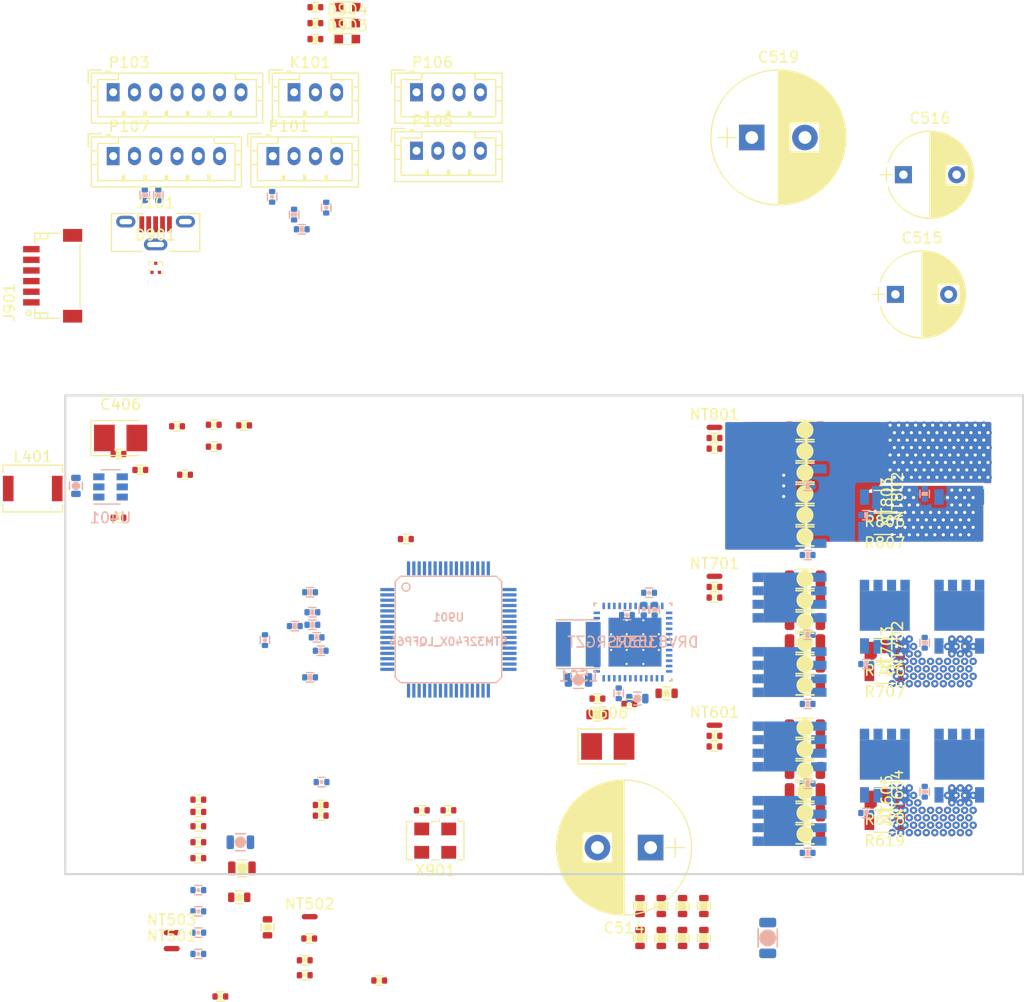
<source format=kicad_pcb>
(kicad_pcb (version 20171130) (host pcbnew "(5.1.4)-1")
  (layers (0 F.Cu signal) (1 In1.Cu power) (2 In2.Cu signal) (31 B.Cu power) (34 B.Paste user) (35 F.Paste user) (36 B.SilkS user) (37 F.SilkS user) (38 B.Mask user) (39 F.Mask user) (44 Edge.Cuts user))
  (net 0 "")
  (net 1 GND)
  (net 2 +3V3)
  (net 3 NRST)
  (net 4 +12V)
  (net 5 "Net-(J101-Pad2)")
  (net 6 "Net-(J101-Pad3)")
  (net 7 SWDIO)
  (net 8 SWCLK)
  (net 9 "Net-(K101-Pad1)")
  (net 10 "Net-(C507-Pad2)")
  (net 11 GNDD)
  (net 12 +BATT)
  (net 13 /drv_power_stage/buck_rcl)
  (net 14 "Net-(Q701-Pad2)")
  (net 15 "Net-(Q702-Pad2)")
  (net 16 "Net-(Q703-Pad2)")
  (net 17 "Net-(Q704-Pad2)")
  (net 18 "Net-(Q801-Pad2)")
  (net 19 "Net-(Q802-Pad2)")
  (net 20 "Net-(Q803-Pad2)")
  (net 21 "Net-(Q804-Pad2)")
  (net 22 GNDA)
  (net 23 /drv_power_stage/ENABLE)
  (net 24 /drv_power_stage/A_VSENSE)
  (net 25 /drv_power_stage/B_VSENSE)
  (net 26 /drv_power_stage/C_VSENSE)
  (net 27 "Net-(C201-Pad1)")
  (net 28 "Net-(C403-Pad1)")
  (net 29 "Net-(C403-Pad2)")
  (net 30 "Net-(C407-Pad2)")
  (net 31 "Net-(C505-Pad1)")
  (net 32 "Net-(C507-Pad1)")
  (net 33 "Net-(C508-Pad2)")
  (net 34 "Net-(C509-Pad1)")
  (net 35 "Net-(C510-Pad2)")
  (net 36 "Net-(C510-Pad1)")
  (net 37 "Net-(C511-Pad2)")
  (net 38 "Net-(C512-Pad2)")
  (net 39 /drv_power_stage/GDRV_VSENSE)
  (net 40 "Net-(C906-Pad1)")
  (net 41 "Net-(C908-Pad1)")
  (net 42 "Net-(D902-Pad1)")
  (net 43 "Net-(D903-Pad1)")
  (net 44 "Net-(D904-Pad1)")
  (net 45 "Net-(K101-Pad2)")
  (net 46 /drv_power_stage/3.3_IREF)
  (net 47 /drv_power_stage/PHASE_B)
  (net 48 /drv_power_stage/PHASE_C)
  (net 49 /drv_power_stage/PHASE_A)
  (net 50 "Net-(Q601-Pad2)")
  (net 51 "Net-(Q602-Pad2)")
  (net 52 "Net-(Q603-Pad2)")
  (net 53 "Net-(Q604-Pad2)")
  (net 54 "Net-(R401-Pad1)")
  (net 55 /drv_power_stage/DRV_SDO)
  (net 56 "Net-(R503-Pad2)")
  (net 57 /drv_power_stage/A_ISENSE)
  (net 58 /drv_power_stage/B_ISENSE)
  (net 59 /drv_power_stage/C_ISENSE)
  (net 60 /Microcontroller/SERVO)
  (net 61 /Microcontroller/ADC_VBUS)
  (net 62 /Microcontroller/ADC_TEMP)
  (net 63 /Microcontroller/TEMP_MOTOR)
  (net 64 /drv_power_stage/power_phase_B/PR_SENSE)
  (net 65 /drv_power_stage/power_phase_B/NR_SENSE)
  (net 66 /drv_power_stage/power_phase_C/PR_SENSE)
  (net 67 /drv_power_stage/power_phase_C/NR_SENSE)
  (net 68 /drv_power_stage/power_phase_A/PR_SENSE)
  (net 69 /drv_power_stage/power_phase_A/NR_SENSE)
  (net 70 /Microcontroller/VCAP2)
  (net 71 /Microcontroller/VCAP1)
  (net 72 /Microcontroller/USB_DM)
  (net 73 /Microcontroller/USB_DP)
  (net 74 /drv_power_stage/power_phase_B/H_SWITCH)
  (net 75 /drv_power_stage/power_phase_C/H_SWITCH)
  (net 76 /drv_power_stage/power_phase_A/H_SWITCH)
  (net 77 /CAN_tranciever/CANH)
  (net 78 /CAN_tranciever/CANL)
  (net 79 /Microcontroller/BRAKE_SW)
  (net 80 /Microcontroller/ADC_BRAKE)
  (net 81 /Microcontroller/ADC_THROTTLE)
  (net 82 /Microcontroller/USART1_RX)
  (net 83 /Microcontroller/USART1_TX)
  (net 84 /Microcontroller/SCL_2)
  (net 85 /Microcontroller/SDA_2)
  (net 86 /Microcontroller/HALL_3)
  (net 87 /Microcontroller/HALL_2)
  (net 88 /Microcontroller/HALL_1)
  (net 89 /drv_power_stage/power_phase_B/PH_GND_LOW)
  (net 90 /drv_power_stage/power_phase_C/PH_GND_LOW)
  (net 91 /drv_power_stage/power_phase_A/PH_GND_LOW)
  (net 92 /Microcontroller/FAULT)
  (net 93 /drv_power_stage/power_phase_B/H_GATE)
  (net 94 /drv_power_stage/power_phase_B/L_GATE)
  (net 95 /drv_power_stage/power_phase_C/H_GATE)
  (net 96 /drv_power_stage/power_phase_C/L_GATE)
  (net 97 /drv_power_stage/power_phase_A/H_GATE)
  (net 98 /drv_power_stage/power_phase_A/L_GATE)
  (net 99 /Microcontroller/LED_GREEN)
  (net 100 /Microcontroller/LED_RED)
  (net 101 /Microcontroller/L3)
  (net 102 /Microcontroller/H3)
  (net 103 /Microcontroller/L2)
  (net 104 /Microcontroller/H2)
  (net 105 /Microcontroller/L1)
  (net 106 /Microcontroller/H1)
  (net 107 "Net-(NT605-Pad1)")
  (net 108 "Net-(NT703-Pad1)")
  (net 109 "Net-(NT803-Pad1)")
  (module pkl_dipol:R_0402 (layer F.Cu) (at 107.05 107)
    (fp_text reference R403)
    (fp_text value "10k 0.1%")
    (pad 2 smd roundrect (at 0.5 0) (size 0.5 0.6) (layers F.Cu F.Paste F.Mask) (net 1 GND))
    (pad 1 smd roundrect (at -0.5 0) (size 0.5 0.6) (layers F.Cu F.Paste F.Mask) (net 30 "Net-(C407-Pad2)"))
  )
  (module pkl_dipol:R_0402 (layer F.Cu) (at 116.8 102.815)
    (fp_text reference R402)
    (fp_text value "R33.2k 0.1%")
    (pad 2 smd roundrect (at 0.5 0) (size 0.5 0.6) (layers F.Cu F.Paste F.Mask) (net 30 "Net-(C407-Pad2)"))
    (pad 1 smd roundrect (at -0.5 0) (size 0.5 0.6) (layers F.Cu F.Paste F.Mask) (net 2 +3V3))
  )
  (module pkl_dipol:R_0402 (layer F.Cu) (at 105 105.5 180)
    (fp_text reference R401)
    (fp_text value 1k)
    (pad 2 smd roundrect (at 0.5 0 180) (size 0.5 0.6) (layers F.Cu F.Paste F.Mask) (net 4 +12V))
    (pad 1 smd roundrect (at -0.5 0 180) (size 0.5 0.6) (layers F.Cu F.Paste F.Mask) (net 54 "Net-(R401-Pad1)"))
  )
  (module Inductors_SMD:L_Neosid_Ms42 (layer F.Cu) (at 96.94 108.75)
    (fp_text reference L401 (at 0 -3) (layer F.SilkS))
    (fp_text value 3.3uH)
    (pad 1 smd rect (at -2.3 0) (size 1 2.4) (layers F.Cu F.Paste F.Mask) (net 2 +3V3))
    (pad 2 smd rect (at 2.3 0) (size 1 2.4) (layers F.Cu F.Paste F.Mask) (net 28 "Net-(C403-Pad1)"))
  )
  (module pkl_dipol:C_0402 (layer F.Cu) (at 124 139.5)
    (fp_text reference C408)
    (fp_text value 100nf)
    (pad 2 smd roundrect (at 0.5 0) (size 0.5 0.6) (layers F.Cu F.Paste F.Mask) (net 22 GNDA))
    (pad 1 smd roundrect (at -0.5 0) (size 0.5 0.6) (layers F.Cu F.Paste F.Mask) (net 62 /Microcontroller/ADC_TEMP))
  )
  (module pkl_dipol:C_0402 (layer F.Cu) (at 111.25 107.455)
    (fp_text reference C407)
    (fp_text value NP)
    (pad 2 smd roundrect (at 0.5 0) (size 0.5 0.6) (layers F.Cu F.Paste F.Mask) (net 30 "Net-(C407-Pad2)"))
    (pad 1 smd roundrect (at -0.5 0) (size 0.5 0.6) (layers F.Cu F.Paste F.Mask) (net 2 +3V3))
  )
  (module pkl_dipol:C_0402 (layer F.Cu) (at 110.5 102.9)
    (fp_text reference C405)
    (fp_text value 2.2uf)
    (pad 2 smd roundrect (at 0.5 0) (size 0.5 0.6) (layers F.Cu F.Paste F.Mask) (net 1 GND))
    (pad 1 smd roundrect (at -0.5 0) (size 0.5 0.6) (layers F.Cu F.Paste F.Mask) (net 2 +3V3))
  )
  (module pkl_dipol:C_0402 (layer F.Cu) (at 113.95 104.815)
    (fp_text reference C404)
    (fp_text value 100nf)
    (pad 2 smd roundrect (at 0.5 0) (size 0.5 0.6) (layers F.Cu F.Paste F.Mask) (net 1 GND))
    (pad 1 smd roundrect (at -0.5 0) (size 0.5 0.6) (layers F.Cu F.Paste F.Mask) (net 2 +3V3))
  )
  (module pkl_dipol:C_0402 (layer F.Cu) (at 105 111.5)
    (fp_text reference C403)
    (fp_text value 100nf)
    (pad 2 smd roundrect (at 0.5 0) (size 0.5 0.6) (layers F.Cu F.Paste F.Mask) (net 29 "Net-(C403-Pad2)"))
    (pad 1 smd roundrect (at -0.5 0) (size 0.5 0.6) (layers F.Cu F.Paste F.Mask) (net 28 "Net-(C403-Pad1)"))
  )
  (module pkl_dipol:C_0402 (layer F.Cu) (at 113.95 102.755)
    (fp_text reference C402)
    (fp_text value 100nf)
    (pad 2 smd roundrect (at 0.5 0) (size 0.5 0.6) (layers F.Cu F.Paste F.Mask) (net 1 GND))
    (pad 1 smd roundrect (at -0.5 0) (size 0.5 0.6) (layers F.Cu F.Paste F.Mask) (net 4 +12V))
  )
  (module pkl_dipol:C_0603 (layer B.Cu) (at 101 108.5 270)
    (fp_text reference C401)
    (fp_text value 2.2uf)
    (pad 2 smd roundrect (at 0.75 0 270) (size 0.6 0.9) (layers B.Cu B.Paste B.Mask) (net 1 GND))
    (pad 1 smd roundrect (at -0.75 0 270) (size 0.6 0.9) (layers B.Cu B.Paste B.Mask) (net 4 +12V))
  )
  (module Connectors_JST:JST_PH_B4B-PH-K_04x2.00mm_Straight (layer F.Cu) (at 133 71.5)
    (fp_text reference P106 (at 1.5 -2.8) (layer F.SilkS))
    (fp_text value I2C)
    (pad 1 thru_hole rect (at 0 0) (size 1.2 1.7) (drill 0.75) (layers *.Cu *.Mask) (net 84 /Microcontroller/SCL_2))
    (pad 2 thru_hole oval (at 2 0) (size 1.2 1.7) (drill 0.75) (layers *.Cu *.Mask) (net 85 /Microcontroller/SDA_2))
    (pad 3 thru_hole oval (at 4 0) (size 1.2 1.7) (drill 0.75) (layers *.Cu *.Mask) (net 2 +3V3))
    (pad 4 thru_hole oval (at 6 0) (size 1.2 1.7) (drill 0.75) (layers *.Cu *.Mask) (net 1 GND))
  )
  (module Resistors_SMD:R_1206 (layer F.Cu) (at 177 112 180)
    (fp_text reference R807 (at 0 -1.85) (layer F.SilkS))
    (fp_text value 1mΩ)
    (pad 1 smd rect (at -1.45 0 180) (size 0.9 1.7) (layers F.Cu F.Paste F.Mask) (net 91 /drv_power_stage/power_phase_A/PH_GND_LOW))
    (pad 2 smd rect (at 1.45 0 180) (size 0.9 1.7) (layers F.Cu F.Paste F.Mask) (net 11 GNDD))
  )
  (module Resistors_SMD:R_1206 (layer F.Cu) (at 177 110 180)
    (fp_text reference R806 (at 0 -1.85) (layer F.SilkS))
    (fp_text value 1mΩ)
    (pad 1 smd rect (at -1.45 0 180) (size 0.9 1.7) (layers F.Cu F.Paste F.Mask) (net 91 /drv_power_stage/power_phase_A/PH_GND_LOW))
    (pad 2 smd rect (at 1.45 0 180) (size 0.9 1.7) (layers F.Cu F.Paste F.Mask) (net 11 GNDD))
  )
  (module Resistors_SMD:R_1206 (layer F.Cu) (at 177 126 180)
    (fp_text reference R707 (at 0 -1.85 180) (layer F.SilkS))
    (fp_text value 1mΩ)
    (pad 1 smd rect (at -1.45 0 180) (size 0.9 1.7) (layers F.Cu F.Paste F.Mask) (net 90 /drv_power_stage/power_phase_C/PH_GND_LOW))
    (pad 2 smd rect (at 1.45 0 180) (size 0.9 1.7) (layers F.Cu F.Paste F.Mask) (net 11 GNDD))
  )
  (module Resistors_SMD:R_1206 (layer F.Cu) (at 177 124 180)
    (fp_text reference R706 (at 0 -1.85 180) (layer F.SilkS))
    (fp_text value 1mΩ)
    (pad 1 smd rect (at -1.45 0 180) (size 0.9 1.7) (layers F.Cu F.Paste F.Mask) (net 90 /drv_power_stage/power_phase_C/PH_GND_LOW))
    (pad 2 smd rect (at 1.45 0 180) (size 0.9 1.7) (layers F.Cu F.Paste F.Mask) (net 11 GNDD))
  )
  (module Resistors_SMD:R_1206 (layer F.Cu) (at 177 140 180)
    (fp_text reference R619 (at 0 -1.85 180) (layer F.SilkS))
    (fp_text value 1mΩ)
    (pad 1 smd rect (at -1.45 0 180) (size 0.9 1.7) (layers F.Cu F.Paste F.Mask) (net 89 /drv_power_stage/power_phase_B/PH_GND_LOW))
    (pad 2 smd rect (at 1.45 0 180) (size 0.9 1.7) (layers F.Cu F.Paste F.Mask) (net 11 GNDD))
  )
  (module Resistors_SMD:R_1206 (layer F.Cu) (at 177 138 180)
    (fp_text reference R618 (at 0 -1.85 180) (layer F.SilkS))
    (fp_text value 1mΩ)
    (pad 1 smd rect (at -1.45 0 180) (size 0.9 1.7) (layers F.Cu F.Paste F.Mask) (net 89 /drv_power_stage/power_phase_B/PH_GND_LOW))
    (pad 2 smd rect (at 1.45 0 180) (size 0.9 1.7) (layers F.Cu F.Paste F.Mask) (net 11 GNDD))
  )
  (module NetTie:NetTie-2_SMD_Pad0.5mm (layer F.Cu) (at 176 110 270)
    (fp_text reference NT803 (at 0 -1.2 90) (layer F.SilkS))
    (fp_text value Net-Tie_2)
    (fp_poly (pts (xy -0.5 -0.25) (xy 0.5 -0.25) (xy 0.5 0.25) (xy -0.5 0.25)) (layer F.Cu) (width 0))
    (pad 2 smd circle (at 0.5 0 270) (size 0.5 0.5) (layers F.Cu) (net 11 GNDD))
    (pad 1 smd circle (at -0.5 0 270) (size 0.5 0.5) (layers F.Cu) (net 109 "Net-(NT803-Pad1)"))
  )
  (module NetTie:NetTie-2_SMD_Pad0.5mm (layer F.Cu) (at 177 109.5 270)
    (fp_text reference NT802 (at 0 -1.2 90) (layer F.SilkS))
    (fp_text value Net-Tie_2)
    (fp_poly (pts (xy -0.5 -0.25) (xy 0.5 -0.25) (xy 0.5 0.25) (xy -0.5 0.25)) (layer F.Cu) (width 0))
    (pad 2 smd circle (at 0.5 0 270) (size 0.5 0.5) (layers F.Cu) (net 91 /drv_power_stage/power_phase_A/PH_GND_LOW))
    (pad 1 smd circle (at -0.5 0 270) (size 0.5 0.5) (layers F.Cu) (net 68 /drv_power_stage/power_phase_A/PR_SENSE))
  )
  (module NetTie:NetTie-2_SMD_Pad0.5mm (layer F.Cu) (at 176 124 270)
    (fp_text reference NT703 (at 0 -1.2 270) (layer F.SilkS))
    (fp_text value Net-Tie_2)
    (fp_poly (pts (xy -0.5 -0.25) (xy 0.5 -0.25) (xy 0.5 0.25) (xy -0.5 0.25)) (layer F.Cu) (width 0))
    (pad 2 smd circle (at 0.5 0 270) (size 0.5 0.5) (layers F.Cu) (net 11 GNDD))
    (pad 1 smd circle (at -0.5 0 270) (size 0.5 0.5) (layers F.Cu) (net 108 "Net-(NT703-Pad1)"))
  )
  (module NetTie:NetTie-2_SMD_Pad0.5mm (layer F.Cu) (at 177 123.5 270)
    (fp_text reference NT702 (at 0 -1.2 270) (layer F.SilkS))
    (fp_text value Net-Tie_2)
    (fp_poly (pts (xy -0.5 -0.25) (xy 0.5 -0.25) (xy 0.5 0.25) (xy -0.5 0.25)) (layer F.Cu) (width 0))
    (pad 2 smd circle (at 0.5 0 270) (size 0.5 0.5) (layers F.Cu) (net 90 /drv_power_stage/power_phase_C/PH_GND_LOW))
    (pad 1 smd circle (at -0.5 0 270) (size 0.5 0.5) (layers F.Cu) (net 66 /drv_power_stage/power_phase_C/PR_SENSE))
  )
  (module NetTie:NetTie-2_SMD_Pad0.5mm (layer F.Cu) (at 176 138 270)
    (fp_text reference NT605 (at 0 -1.2 270) (layer F.SilkS))
    (fp_text value Net-Tie_2)
    (fp_poly (pts (xy -0.5 -0.25) (xy 0.5 -0.25) (xy 0.5 0.25) (xy -0.5 0.25)) (layer F.Cu) (width 0))
    (pad 2 smd circle (at 0.5 0 270) (size 0.5 0.5) (layers F.Cu) (net 11 GNDD))
    (pad 1 smd circle (at -0.5 0 270) (size 0.5 0.5) (layers F.Cu) (net 107 "Net-(NT605-Pad1)"))
  )
  (module NetTie:NetTie-2_SMD_Pad0.5mm (layer F.Cu) (at 177 137.5 270)
    (fp_text reference NT604 (at 0 -1.2 270) (layer F.SilkS))
    (fp_text value Net-Tie_2)
    (fp_poly (pts (xy -0.5 -0.25) (xy 0.5 -0.25) (xy 0.5 0.25) (xy -0.5 0.25)) (layer F.Cu) (width 0))
    (pad 2 smd circle (at 0.5 0 270) (size 0.5 0.5) (layers F.Cu) (net 89 /drv_power_stage/power_phase_B/PH_GND_LOW))
    (pad 1 smd circle (at -0.5 0 270) (size 0.5 0.5) (layers F.Cu) (net 64 /drv_power_stage/power_phase_B/PR_SENSE))
  )
  (module pkl_dipol:R_0402 (layer B.Cu) (at 180.75 109.25 90)
    (fp_text reference R805)
    (fp_text value 5Ω)
    (pad 1 smd roundrect (at -0.5 0 90) (size 0.5 0.6) (layers B.Cu B.Paste B.Mask) (net 21 "Net-(Q804-Pad2)"))
    (pad 2 smd roundrect (at 0.5 0 90) (size 0.5 0.6) (layers B.Cu B.Paste B.Mask) (net 98 /drv_power_stage/power_phase_A/L_GATE))
  )
  (module Capacitors_THT:CP_Radial_D8.0mm_P5.00mm (layer F.Cu) (at 178.75 79.25)
    (fp_text reference C516 (at 2.5 -5.31) (layer F.SilkS))
    (fp_text value 20uF)
    (pad 1 thru_hole rect (at 0 0) (size 1.6 1.6) (drill 0.8) (layers *.Cu *.Mask) (net 12 +BATT))
    (pad 2 thru_hole circle (at 5 0) (size 1.6 1.6) (drill 0.8) (layers *.Cu *.Mask) (net 1 GND))
  )
  (module Capacitors_THT:CP_Radial_D12.5mm_P5.00mm (layer F.Cu) (at 164.5 75.75)
    (fp_text reference C519 (at 2.5 -7.56) (layer F.SilkS))
    (fp_text value 560uF)
    (pad 1 thru_hole rect (at 0 0) (size 2.4 2.4) (drill 1.2) (layers *.Cu *.Mask) (net 12 +BATT))
    (pad 2 thru_hole circle (at 5 0) (size 2.4 2.4) (drill 1.2) (layers *.Cu *.Mask) (net 1 GND))
  )
  (module Capacitors_THT:CP_Radial_D8.0mm_P5.00mm (layer F.Cu) (at 178 90.5)
    (fp_text reference C515 (at 2.5 -5.31) (layer F.SilkS))
    (fp_text value 20uF)
    (pad 1 thru_hole rect (at 0 0) (size 1.6 1.6) (drill 0.8) (layers *.Cu *.Mask) (net 12 +BATT))
    (pad 2 thru_hole circle (at 5 0) (size 1.6 1.6) (drill 0.8) (layers *.Cu *.Mask) (net 1 GND))
  )
  (module Capacitors_THT:CP_Radial_D12.5mm_P5.00mm (layer F.Cu) (at 155 142.5 180)
    (fp_text reference C514 (at 2.5 -7.56) (layer F.SilkS))
    (fp_text value 560uF)
    (pad 1 thru_hole rect (at 0 0 180) (size 2.4 2.4) (drill 1.2) (layers *.Cu *.Mask) (net 12 +BATT))
    (pad 2 thru_hole circle (at 5 0 180) (size 2.4 2.4) (drill 1.2) (layers *.Cu *.Mask) (net 1 GND))
  )
  (module Oscillators:Oscillator_SMD_EuroQuartz_XO53-4pin_5.0x3.2mm (layer F.Cu) (at 134.76 141.85 180)
    (fp_text reference X901 (at 0 -2.8) (layer F.SilkS))
    (fp_text value "8MHz 10ppm")
    (pad 1 smd rect (at -1.27 1.1 180) (size 1.4 1.2) (layers F.Cu F.Paste F.Mask) (net 40 "Net-(C906-Pad1)"))
    (pad 2 smd rect (at 1.27 1.1 180) (size 1.4 1.2) (layers F.Cu F.Paste F.Mask) (net 41 "Net-(C908-Pad1)"))
    (pad 3 smd rect (at 1.27 -1.1 180) (size 1.4 1.2) (layers F.Cu F.Paste F.Mask) (net 1 GND))
    (pad 4 smd rect (at -1.27 -1.1 180) (size 1.4 1.2) (layers F.Cu F.Paste F.Mask))
  )
  (module crf1:lqfp64_pad_mod (layer B.Cu) (at 136 122)
    (fp_text reference U901 (at 0 -1.143) (layer B.SilkS) (effects (font (size 0.7493 0.7493) (thickness 0.14986)) (justify mirror)))
    (fp_text value STM32F40X_LQFP64 (at 0 1.143) (layer B.SilkS) (effects (font (size 0.7493 0.7493) (thickness 0.14986)) (justify mirror)))
    (pad 64 smd rect (at -5.75056 -3.74904) (size 1.30048 0.3) (layers B.Cu B.Paste B.Mask) (net 2 +3V3))
    (pad 63 smd rect (at -5.75056 -3.2512) (size 1.30048 0.3) (layers B.Cu B.Paste B.Mask) (net 1 GND))
    (pad 62 smd rect (at -5.75056 -2.75082) (size 1.30048 0.3) (layers B.Cu B.Paste B.Mask))
    (pad 61 smd rect (at -5.75056 -2.25044) (size 1.30048 0.3) (layers B.Cu B.Paste B.Mask))
    (pad 60 smd rect (at -5.75056 -1.75006) (size 1.30048 0.3) (layers B.Cu B.Paste B.Mask) (net 1 GND))
    (pad 48 smd rect (at -3.74904 5.75056) (size 0.3 1.30048) (layers B.Cu B.Paste B.Mask) (net 2 +3V3))
    (pad 47 smd rect (at -3.2512 5.75056) (size 0.3 1.30048) (layers B.Cu B.Paste B.Mask) (net 70 /Microcontroller/VCAP2))
    (pad 46 smd rect (at -2.75082 5.75056) (size 0.3 1.30048) (layers B.Cu B.Paste B.Mask) (net 7 SWDIO))
    (pad 45 smd rect (at -2.25044 5.75056) (size 0.3 1.30048) (layers B.Cu B.Paste B.Mask) (net 73 /Microcontroller/USB_DP))
    (pad 44 smd rect (at -1.75006 5.75056) (size 0.3 1.30048) (layers B.Cu B.Paste B.Mask) (net 72 /Microcontroller/USB_DM))
    (pad 32 smd rect (at 5.75056 3.74904) (size 1.30048 0.3) (layers B.Cu B.Paste B.Mask) (net 2 +3V3))
    (pad 31 smd rect (at 5.75056 3.2512) (size 1.30048 0.3) (layers B.Cu B.Paste B.Mask) (net 71 /Microcontroller/VCAP1))
    (pad 30 smd rect (at 5.75056 2.75082) (size 1.30048 0.3) (layers B.Cu B.Paste B.Mask) (net 85 /Microcontroller/SDA_2))
    (pad 29 smd rect (at 5.75056 2.25044) (size 1.30048 0.3) (layers B.Cu B.Paste B.Mask) (net 84 /Microcontroller/SCL_2))
    (pad 28 smd rect (at 5.75056 1.75006) (size 1.30048 0.3) (layers B.Cu B.Paste B.Mask))
    (pad 16 smd rect (at 3.74904 -5.75056) (size 0.3 1.30048) (layers B.Cu B.Paste B.Mask) (net 26 /drv_power_stage/C_VSENSE))
    (pad 15 smd rect (at 3.2512 -5.75056) (size 0.3 1.30048) (layers B.Cu B.Paste B.Mask) (net 25 /drv_power_stage/B_VSENSE))
    (pad 14 smd rect (at 2.75082 -5.75056) (size 0.3 1.30048) (layers B.Cu B.Paste B.Mask) (net 24 /drv_power_stage/A_VSENSE))
    (pad 13 smd rect (at 2.25044 -5.75056) (size 0.3 1.30048) (layers B.Cu B.Paste B.Mask) (net 2 +3V3))
    (pad 12 smd rect (at 1.75006 -5.75056) (size 0.3 1.30048) (layers B.Cu B.Paste B.Mask) (net 22 GNDA))
    (pad 59 smd rect (at -5.75056 -1.24968) (size 1.30048 0.3) (layers B.Cu B.Paste B.Mask) (net 82 /Microcontroller/USART1_RX))
    (pad 58 smd rect (at -5.75056 -0.7493) (size 1.30048 0.3) (layers B.Cu B.Paste B.Mask) (net 83 /Microcontroller/USART1_TX))
    (pad 57 smd rect (at -5.75056 -0.24892) (size 1.30048 0.3) (layers B.Cu B.Paste B.Mask) (net 79 /Microcontroller/BRAKE_SW))
    (pad 43 smd rect (at -1.24968 5.75056) (size 0.3 1.30048) (layers B.Cu B.Paste B.Mask) (net 102 /Microcontroller/H3))
    (pad 42 smd rect (at -0.7493 5.75056) (size 0.3 1.30048) (layers B.Cu B.Paste B.Mask) (net 104 /Microcontroller/H2))
    (pad 41 smd rect (at -0.24892 5.75056) (size 0.3 1.30048) (layers B.Cu B.Paste B.Mask) (net 106 /Microcontroller/H1))
    (pad 27 smd rect (at 5.75056 1.24968) (size 1.30048 0.3) (layers B.Cu B.Paste B.Mask) (net 80 /Microcontroller/ADC_BRAKE))
    (pad 26 smd rect (at 5.75056 0.7493) (size 1.30048 0.3) (layers B.Cu B.Paste B.Mask) (net 81 /Microcontroller/ADC_THROTTLE))
    (pad 25 smd rect (at 5.75056 0.24892) (size 1.30048 0.3) (layers B.Cu B.Paste B.Mask) (net 63 /Microcontroller/TEMP_MOTOR))
    (pad 11 smd rect (at 1.24968 -5.75056) (size 0.3 1.30048) (layers B.Cu B.Paste B.Mask) (net 61 /Microcontroller/ADC_VBUS))
    (pad 10 smd rect (at 0.7493 -5.75056) (size 0.3 1.30048) (layers B.Cu B.Paste B.Mask) (net 59 /drv_power_stage/C_ISENSE))
    (pad 9 smd rect (at 0.24892 -5.75056) (size 0.3 1.30048) (layers B.Cu B.Paste B.Mask) (net 58 /drv_power_stage/B_ISENSE))
    (pad 56 smd rect (at -5.75056 0.24892) (size 1.30048 0.3) (layers B.Cu B.Paste B.Mask))
    (pad 55 smd rect (at -5.75056 0.7493) (size 1.30048 0.3) (layers B.Cu B.Paste B.Mask))
    (pad 54 smd rect (at -5.75056 1.24968) (size 1.30048 0.3) (layers B.Cu B.Paste B.Mask))
    (pad 53 smd rect (at -5.75056 1.75006) (size 1.30048 0.3) (layers B.Cu B.Paste B.Mask))
    (pad 52 smd rect (at -5.75056 2.25044) (size 1.30048 0.3) (layers B.Cu B.Paste B.Mask))
    (pad 51 smd rect (at -5.75056 2.75082) (size 1.30048 0.3) (layers B.Cu B.Paste B.Mask))
    (pad 50 smd rect (at -5.75056 3.2512) (size 1.30048 0.3) (layers B.Cu B.Paste B.Mask))
    (pad 49 smd rect (at -5.75056 3.74904) (size 1.30048 0.3) (layers B.Cu B.Paste B.Mask) (net 8 SWCLK))
    (pad 40 smd rect (at 0.24892 5.75056) (size 0.3 1.30048) (layers B.Cu B.Paste B.Mask) (net 23 /drv_power_stage/ENABLE))
    (pad 39 smd rect (at 0.7493 5.75056) (size 0.3 1.30048) (layers B.Cu B.Paste B.Mask) (net 86 /Microcontroller/HALL_3))
    (pad 38 smd rect (at 1.24968 5.75056) (size 0.3 1.30048) (layers B.Cu B.Paste B.Mask) (net 87 /Microcontroller/HALL_2))
    (pad 37 smd rect (at 1.75006 5.75056) (size 0.3 1.30048) (layers B.Cu B.Paste B.Mask) (net 88 /Microcontroller/HALL_1))
    (pad 36 smd rect (at 2.25044 5.75056) (size 0.3 1.30048) (layers B.Cu B.Paste B.Mask) (net 101 /Microcontroller/L3))
    (pad 35 smd rect (at 2.75082 5.75056) (size 0.3 1.30048) (layers B.Cu B.Paste B.Mask) (net 103 /Microcontroller/L2))
    (pad 34 smd rect (at 3.2512 5.75056) (size 0.3 1.30048) (layers B.Cu B.Paste B.Mask) (net 105 /Microcontroller/L1))
    (pad 33 smd rect (at 3.74904 5.75056) (size 0.3 1.30048) (layers B.Cu B.Paste B.Mask) (net 92 /Microcontroller/FAULT))
    (pad 24 smd rect (at 5.75056 -0.24892) (size 1.30048 0.3) (layers B.Cu B.Paste B.Mask) (net 62 /Microcontroller/ADC_TEMP))
    (pad 23 smd rect (at 5.75056 -0.7493) (size 1.30048 0.3) (layers B.Cu B.Paste B.Mask))
    (pad 22 smd rect (at 5.75056 -1.24968) (size 1.30048 0.3) (layers B.Cu B.Paste B.Mask))
    (pad 21 smd rect (at 5.75056 -1.75006) (size 1.30048 0.3) (layers B.Cu B.Paste B.Mask))
    (pad 20 smd rect (at 5.75056 -2.25044) (size 1.30048 0.3) (layers B.Cu B.Paste B.Mask))
    (pad 19 smd rect (at 5.75056 -2.75082) (size 1.30048 0.3) (layers B.Cu B.Paste B.Mask) (net 2 +3V3))
    (pad 18 smd rect (at 5.75056 -3.2512) (size 1.30048 0.3) (layers B.Cu B.Paste B.Mask) (net 1 GND))
    (pad 17 smd rect (at 5.75056 -3.74904) (size 1.30048 0.3) (layers B.Cu B.Paste B.Mask) (net 60 /Microcontroller/SERVO))
    (pad 3 smd rect (at -2.75082 -5.75056) (size 0.3 1.30048) (layers B.Cu B.Paste B.Mask) (net 99 /Microcontroller/LED_GREEN))
    (pad 2 smd rect (at -3.2512 -5.75056) (size 0.3 1.30048) (layers B.Cu B.Paste B.Mask))
    (pad 1 smd rect (at -3.74904 -5.75056) (size 0.3 1.30048) (layers B.Cu B.Paste B.Mask) (net 2 +3V3))
    (pad 8 smd rect (at -0.24892 -5.75056) (size 0.3 1.30048) (layers B.Cu B.Paste B.Mask) (net 57 /drv_power_stage/A_ISENSE))
    (pad 7 smd rect (at -0.7493 -5.75056) (size 0.3 1.30048) (layers B.Cu B.Paste B.Mask) (net 3 NRST))
    (pad 6 smd rect (at -1.24968 -5.75056) (size 0.3 1.30048) (layers B.Cu B.Paste B.Mask) (net 41 "Net-(C908-Pad1)"))
    (pad 5 smd rect (at -1.75006 -5.75056) (size 0.3 1.30048) (layers B.Cu B.Paste B.Mask) (net 40 "Net-(C906-Pad1)"))
    (pad 4 smd rect (at -2.25044 -5.75056) (size 0.3 1.30048) (layers B.Cu B.Paste B.Mask) (net 100 /Microcontroller/LED_RED))
  )
  (module Locals:DRV8353RHRGZR (layer B.Cu) (at 153.340474 123.187303)
    (fp_text reference U501 (at 0 0) (layer B.SilkS) (effects (justify mirror)))
    (fp_text value DRV8353RSRGZT (at 0 0) (layer B.SilkS) (effects (justify mirror)))
    (fp_text user * (at 0 0) (layer B.SilkS) (effects (justify mirror)))
    (pad 49 thru_hole circle (at 0.973 2.050001) (size 0.499999 0.499999) (drill 0.2032) (layers *.Cu *.Mask) (net 11 GNDD))
    (pad 49 thru_hole circle (at -0.596999 2.050001) (size 0.499999 0.499999) (drill 0.2032) (layers *.Cu *.Mask) (net 11 GNDD))
    (pad 49 thru_hole circle (at 0.973 0.740001) (size 0.499999 0.499999) (drill 0.2032) (layers *.Cu *.Mask) (net 11 GNDD))
    (pad 49 thru_hole circle (at 0.973 -0.740001) (size 0.499999 0.499999) (drill 0.2032) (layers *.Cu *.Mask) (net 11 GNDD))
    (pad 49 thru_hole circle (at 0.973 -2.050001) (size 0.499999 0.499999) (drill 0.2032) (layers *.Cu *.Mask) (net 11 GNDD))
    (pad 49 thru_hole circle (at 2.426 0.740001) (size 0.499999 0.499999) (drill 0.2032) (layers *.Cu *.Mask) (net 11 GNDD))
    (pad 49 thru_hole circle (at 2.426 -0.740001) (size 0.499999 0.499999) (drill 0.2032) (layers *.Cu *.Mask) (net 11 GNDD))
    (pad 49 thru_hole circle (at -0.596999 0.740001) (size 0.499999 0.499999) (drill 0.2032) (layers *.Cu *.Mask) (net 11 GNDD))
    (pad 49 thru_hole circle (at -0.596999 -0.740001) (size 0.499999 0.499999) (drill 0.2032) (layers *.Cu *.Mask) (net 11 GNDD))
    (pad 49 thru_hole circle (at -0.596999 -2.050001) (size 0.499999 0.499999) (drill 0.2032) (layers *.Cu *.Mask) (net 11 GNDD))
    (pad 49 thru_hole circle (at -2.050001 -0.740001) (size 0.499999 0.499999) (drill 0.2032) (layers *.Cu *.Mask) (net 11 GNDD))
    (pad 49 thru_hole circle (at -2.050001 0.740001) (size 0.499999 0.499999) (drill 0.2032) (layers *.Cu *.Mask) (net 11 GNDD))
    (pad 49 smd rect (at 0.188001 0) (size 4.974999 4.600001) (layers B.Cu B.Mask) (net 11 GNDD))
    (pad 48 smd rect (at -2.75 3.400001) (size 0.24 0.599999) (layers B.Cu B.Paste B.Mask) (net 39 /drv_power_stage/GDRV_VSENSE))
    (pad 47 smd rect (at -2.250001 3.400001) (size 0.24 0.599999) (layers B.Cu B.Paste B.Mask) (net 56 "Net-(R503-Pad2)"))
    (pad 46 smd rect (at -1.749999 3.400001) (size 0.24 0.599999) (layers B.Cu B.Paste B.Mask) (net 13 /drv_power_stage/buck_rcl))
    (pad 45 smd rect (at -1.25 3.400001) (size 0.24 0.599999) (layers B.Cu B.Paste B.Mask) (net 36 "Net-(C510-Pad1)"))
    (pad 44 smd rect (at -0.749998 3.400001) (size 0.24 0.599999) (layers B.Cu B.Paste B.Mask) (net 31 "Net-(C505-Pad1)"))
    (pad 43 smd rect (at -0.25 3.400001) (size 0.24 0.599999) (layers B.Cu B.Paste B.Mask) (net 12 +BATT))
    (pad 42 smd rect (at 0.25 3.400001) (size 0.24 0.599999) (layers B.Cu B.Paste B.Mask) (net 35 "Net-(C510-Pad2)"))
    (pad 41 smd rect (at 0.750001 3.400001) (size 0.24 0.599999) (layers B.Cu B.Paste B.Mask) (net 1 GND))
    (pad 40 smd rect (at 1.25 3.400001) (size 0.24 0.599999) (layers B.Cu B.Paste B.Mask) (net 34 "Net-(C509-Pad1)"))
    (pad 39 smd rect (at 1.750002 3.400001) (size 0.24 0.599999) (layers B.Cu B.Paste B.Mask) (net 101 /Microcontroller/L3))
    (pad 38 smd rect (at 2.250001 3.400001) (size 0.24 0.599999) (layers B.Cu B.Paste B.Mask) (net 102 /Microcontroller/H3))
    (pad 37 smd rect (at 2.75 3.400001) (size 0.24 0.599999) (layers B.Cu B.Paste B.Mask) (net 103 /Microcontroller/L2))
    (pad 36 smd rect (at 3.400001 2.75 270) (size 0.24 0.599999) (layers B.Cu B.Paste B.Mask) (net 104 /Microcontroller/H2))
    (pad 35 smd rect (at 3.400001 2.250001 270) (size 0.24 0.599999) (layers B.Cu B.Paste B.Mask) (net 105 /Microcontroller/L1))
    (pad 34 smd rect (at 3.400001 1.749999 270) (size 0.24 0.599999) (layers B.Cu B.Paste B.Mask) (net 106 /Microcontroller/H1))
    (pad 33 smd rect (at 3.400001 1.25 270) (size 0.24 0.599999) (layers B.Cu B.Paste B.Mask) (net 23 /drv_power_stage/ENABLE))
    (pad 32 smd rect (at 3.400001 0.749998 270) (size 0.24 0.599999) (layers B.Cu B.Paste B.Mask))
    (pad 31 smd rect (at 3.400001 0.25 270) (size 0.24 0.599999) (layers B.Cu B.Paste B.Mask))
    (pad 30 smd rect (at 3.400001 -0.25 270) (size 0.24 0.599999) (layers B.Cu B.Paste B.Mask))
    (pad 29 smd rect (at 3.400001 -0.750001 270) (size 0.24 0.599999) (layers B.Cu B.Paste B.Mask) (net 55 /drv_power_stage/DRV_SDO))
    (pad 28 smd rect (at 3.400001 -1.25 270) (size 0.24 0.599999) (layers B.Cu B.Paste B.Mask) (net 92 /Microcontroller/FAULT))
    (pad 27 smd rect (at 3.400001 -1.750002 270) (size 0.24 0.599999) (layers B.Cu B.Paste B.Mask) (net 22 GNDA))
    (pad 26 smd rect (at 3.400001 -2.250001 270) (size 0.24 0.599999) (layers B.Cu B.Paste B.Mask) (net 46 /drv_power_stage/3.3_IREF))
    (pad 25 smd rect (at 3.400001 -2.75 270) (size 0.24 0.599999) (layers B.Cu B.Paste B.Mask) (net 57 /drv_power_stage/A_ISENSE))
    (pad 24 smd rect (at 2.75 -3.400001) (size 0.24 0.599999) (layers B.Cu B.Paste B.Mask) (net 58 /drv_power_stage/B_ISENSE))
    (pad 23 smd rect (at 2.250001 -3.400001) (size 0.24 0.599999) (layers B.Cu B.Paste B.Mask) (net 59 /drv_power_stage/C_ISENSE))
    (pad 22 smd rect (at 1.750002 -3.400001) (size 0.24 0.599999) (layers B.Cu B.Paste B.Mask) (net 67 /drv_power_stage/power_phase_C/NR_SENSE))
    (pad 21 smd rect (at 1.25 -3.400001) (size 0.24 0.599999) (layers B.Cu B.Paste B.Mask) (net 66 /drv_power_stage/power_phase_C/PR_SENSE))
    (pad 20 smd rect (at 0.750001 -3.400001) (size 0.24 0.599999) (layers B.Cu B.Paste B.Mask) (net 96 /drv_power_stage/power_phase_C/L_GATE))
    (pad 19 smd rect (at 0.25 -3.400001) (size 0.24 0.599999) (layers B.Cu B.Paste B.Mask) (net 75 /drv_power_stage/power_phase_C/H_SWITCH))
    (pad 18 smd rect (at -0.25 -3.400001) (size 0.24 0.599999) (layers B.Cu B.Paste B.Mask) (net 95 /drv_power_stage/power_phase_C/H_GATE))
    (pad 17 smd rect (at -0.749998 -3.400001) (size 0.24 0.599999) (layers B.Cu B.Paste B.Mask) (net 93 /drv_power_stage/power_phase_B/H_GATE))
    (pad 16 smd rect (at -1.25 -3.400001) (size 0.24 0.599999) (layers B.Cu B.Paste B.Mask) (net 74 /drv_power_stage/power_phase_B/H_SWITCH))
    (pad 15 smd rect (at -1.749999 -3.400001) (size 0.24 0.599999) (layers B.Cu B.Paste B.Mask) (net 94 /drv_power_stage/power_phase_B/L_GATE))
    (pad 14 smd rect (at -2.250001 -3.400001) (size 0.24 0.599999) (layers B.Cu B.Paste B.Mask) (net 64 /drv_power_stage/power_phase_B/PR_SENSE))
    (pad 13 smd rect (at -2.75 -3.400001) (size 0.24 0.599999) (layers B.Cu B.Paste B.Mask) (net 65 /drv_power_stage/power_phase_B/NR_SENSE))
    (pad 12 smd rect (at -3.400001 -2.75 270) (size 0.24 0.599999) (layers B.Cu B.Paste B.Mask) (net 69 /drv_power_stage/power_phase_A/NR_SENSE))
    (pad 11 smd rect (at -3.400001 -2.250001 270) (size 0.24 0.599999) (layers B.Cu B.Paste B.Mask) (net 68 /drv_power_stage/power_phase_A/PR_SENSE))
    (pad 10 smd rect (at -3.400001 -1.750002 270) (size 0.24 0.599999) (layers B.Cu B.Paste B.Mask) (net 98 /drv_power_stage/power_phase_A/L_GATE))
    (pad 9 smd rect (at -3.400001 -1.25 270) (size 0.24 0.599999) (layers B.Cu B.Paste B.Mask) (net 76 /drv_power_stage/power_phase_A/H_SWITCH))
    (pad 8 smd rect (at -3.400001 -0.750001 270) (size 0.24 0.599999) (layers B.Cu B.Paste B.Mask) (net 97 /drv_power_stage/power_phase_A/H_GATE))
    (pad 7 smd rect (at -3.400001 -0.25 270) (size 0.24 0.599999) (layers B.Cu B.Paste B.Mask) (net 37 "Net-(C511-Pad2)"))
    (pad 6 smd rect (at -3.400001 0.25 270) (size 0.24 0.599999) (layers B.Cu B.Paste B.Mask) (net 12 +BATT))
    (pad 5 smd rect (at -3.400001 0.749998 270) (size 0.24 0.599999) (layers B.Cu B.Paste B.Mask) (net 4 +12V))
    (pad 4 smd rect (at -3.400001 1.25 270) (size 0.24 0.599999) (layers B.Cu B.Paste B.Mask) (net 32 "Net-(C507-Pad1)"))
    (pad 3 smd rect (at -3.400001 1.749999 270) (size 0.24 0.599999) (layers B.Cu B.Paste B.Mask) (net 10 "Net-(C507-Pad2)"))
    (pad 2 smd rect (at -3.400001 2.250001 270) (size 0.24 0.599999) (layers B.Cu B.Paste B.Mask) (net 33 "Net-(C508-Pad2)"))
    (pad 1 smd rect (at -3.400001 2.75 270) (size 0.24 0.599999) (layers B.Cu B.Paste B.Mask) (net 11 GNDD))
  )
  (module TO_SOT_Packages_SMD:SOT-23-6 (layer B.Cu) (at 104.25 108.6)
    (fp_text reference U401 (at 0 2.9) (layer B.SilkS) (effects (justify mirror)))
    (fp_text value TPS561201)
    (pad 1 smd rect (at -1.1 0.95) (size 1.06 0.65) (layers B.Cu B.Paste B.Mask) (net 1 GND))
    (pad 2 smd rect (at -1.1 0) (size 1.06 0.65) (layers B.Cu B.Paste B.Mask) (net 28 "Net-(C403-Pad1)"))
    (pad 3 smd rect (at -1.1 -0.95) (size 1.06 0.65) (layers B.Cu B.Paste B.Mask) (net 4 +12V))
    (pad 4 smd rect (at 1.1 -0.95) (size 1.06 0.65) (layers B.Cu B.Paste B.Mask) (net 30 "Net-(C407-Pad2)"))
    (pad 6 smd rect (at 1.1 0.95) (size 1.06 0.65) (layers B.Cu B.Paste B.Mask) (net 29 "Net-(C403-Pad2)"))
    (pad 5 smd rect (at 1.1 0) (size 1.06 0.65) (layers B.Cu B.Paste B.Mask) (net 54 "Net-(R401-Pad1)"))
  )
  (module pkl_dipol:R_0402 (layer B.Cu) (at 175.25 139.25 180)
    (fp_text reference R602)
    (fp_text value 5Ω)
    (pad 2 smd roundrect (at 0.5 0 180) (size 0.5 0.6) (layers B.Cu B.Paste B.Mask) (net 94 /drv_power_stage/power_phase_B/L_GATE))
    (pad 1 smd roundrect (at -0.5 0 180) (size 0.5 0.6) (layers B.Cu B.Paste B.Mask) (net 51 "Net-(Q602-Pad2)"))
  )
  (module pkl_dipol:R_0402 (layer B.Cu) (at 169.75 143)
    (fp_text reference R601)
    (fp_text value 5Ω)
    (pad 2 smd roundrect (at 0.5 0) (size 0.5 0.6) (layers B.Cu B.Paste B.Mask) (net 93 /drv_power_stage/power_phase_B/H_GATE))
    (pad 1 smd roundrect (at -0.5 0) (size 0.5 0.6) (layers B.Cu B.Paste B.Mask) (net 50 "Net-(Q601-Pad2)"))
  )
  (module pkl_dipol:R_0402 (layer F.Cu) (at 114.57 156.5)
    (fp_text reference R517)
    (fp_text value "NTC 10kΩ")
    (pad 2 smd roundrect (at 0.5 0) (size 0.5 0.6) (layers F.Cu F.Paste F.Mask) (net 11 GNDD))
    (pad 1 smd roundrect (at -0.5 0) (size 0.5 0.6) (layers F.Cu F.Paste F.Mask) (net 62 /Microcontroller/ADC_TEMP))
  )
  (module pkl_dipol:R_0402 (layer F.Cu) (at 124 138.5 180)
    (fp_text reference R516)
    (fp_text value 10kΩ)
    (pad 2 smd roundrect (at 0.5 0 180) (size 0.5 0.6) (layers F.Cu F.Paste F.Mask) (net 62 /Microcontroller/ADC_TEMP))
    (pad 1 smd roundrect (at -0.5 0 180) (size 0.5 0.6) (layers F.Cu F.Paste F.Mask) (net 2 +3V3))
  )
  (module pkl_dipol:R_0603 (layer F.Cu) (at 154 151 270)
    (fp_text reference R515)
    (fp_text value 2.2kΩ)
    (pad 2 smd roundrect (at 0.75 0 270) (size 0.6 0.9) (layers F.Cu F.Paste F.Mask) (net 11 GNDD))
    (pad 1 smd roundrect (at -0.75 0 270) (size 0.6 0.9) (layers F.Cu F.Paste F.Mask) (net 61 /Microcontroller/ADC_VBUS))
  )
  (module pkl_dipol:R_0603 (layer F.Cu) (at 154 148 270)
    (fp_text reference R514)
    (fp_text value 47kΩ)
    (pad 2 smd roundrect (at 0.75 0 270) (size 0.6 0.9) (layers F.Cu F.Paste F.Mask) (net 61 /Microcontroller/ADC_VBUS))
    (pad 1 smd roundrect (at -0.75 0 270) (size 0.6 0.9) (layers F.Cu F.Paste F.Mask) (net 12 +BATT))
  )
  (module pkl_dipol:R_0603 (layer F.Cu) (at 160 151 270)
    (fp_text reference R513)
    (fp_text value 2.2kΩ)
    (pad 2 smd roundrect (at 0.75 0 270) (size 0.6 0.9) (layers F.Cu F.Paste F.Mask) (net 11 GNDD))
    (pad 1 smd roundrect (at -0.75 0 270) (size 0.6 0.9) (layers F.Cu F.Paste F.Mask) (net 26 /drv_power_stage/C_VSENSE))
  )
  (module pkl_dipol:R_0603 (layer F.Cu) (at 160 148 270)
    (fp_text reference R512)
    (fp_text value 47kΩ)
    (pad 2 smd roundrect (at 0.75 0 270) (size 0.6 0.9) (layers F.Cu F.Paste F.Mask) (net 26 /drv_power_stage/C_VSENSE))
    (pad 1 smd roundrect (at -0.75 0 270) (size 0.6 0.9) (layers F.Cu F.Paste F.Mask) (net 48 /drv_power_stage/PHASE_C))
  )
  (module pkl_dipol:R_0603 (layer F.Cu) (at 158 151 270)
    (fp_text reference R511)
    (fp_text value 2.2kΩ)
    (pad 2 smd roundrect (at 0.75 0 270) (size 0.6 0.9) (layers F.Cu F.Paste F.Mask) (net 11 GNDD))
    (pad 1 smd roundrect (at -0.75 0 270) (size 0.6 0.9) (layers F.Cu F.Paste F.Mask) (net 25 /drv_power_stage/B_VSENSE))
  )
  (module pkl_dipol:R_0603 (layer F.Cu) (at 158 148 270)
    (fp_text reference R510)
    (fp_text value 47kΩ)
    (pad 2 smd roundrect (at 0.75 0 270) (size 0.6 0.9) (layers F.Cu F.Paste F.Mask) (net 25 /drv_power_stage/B_VSENSE))
    (pad 1 smd roundrect (at -0.75 0 270) (size 0.6 0.9) (layers F.Cu F.Paste F.Mask) (net 47 /drv_power_stage/PHASE_B))
  )
  (module pkl_dipol:R_0603 (layer F.Cu) (at 156 151 270)
    (fp_text reference R509)
    (fp_text value 2.2kΩ)
    (pad 2 smd roundrect (at 0.75 0 270) (size 0.6 0.9) (layers F.Cu F.Paste F.Mask) (net 11 GNDD))
    (pad 1 smd roundrect (at -0.75 0 270) (size 0.6 0.9) (layers F.Cu F.Paste F.Mask) (net 24 /drv_power_stage/A_VSENSE))
  )
  (module pkl_dipol:R_0603 (layer F.Cu) (at 156 148 270)
    (fp_text reference R508)
    (fp_text value 47kΩ)
    (pad 2 smd roundrect (at 0.75 0 270) (size 0.6 0.9) (layers F.Cu F.Paste F.Mask) (net 24 /drv_power_stage/A_VSENSE))
    (pad 1 smd roundrect (at -0.75 0 270) (size 0.6 0.9) (layers F.Cu F.Paste F.Mask) (net 49 /drv_power_stage/PHASE_A))
  )
  (module pkl_dipol:R_0603 (layer F.Cu) (at 150 130)
    (fp_text reference R507)
    (fp_text value 910mΩ)
    (pad 2 smd roundrect (at 0.75 0) (size 0.6 0.9) (layers F.Cu F.Paste F.Mask) (net 4 +12V))
    (pad 1 smd roundrect (at -0.75 0) (size 0.6 0.9) (layers F.Cu F.Paste F.Mask) (net 38 "Net-(C512-Pad2)"))
  )
  (module pkl_dipol:R_0402 (layer F.Cu) (at 122.5 153.1)
    (fp_text reference R506)
    (fp_text value 1.0kΩ)
    (pad 2 smd roundrect (at 0.5 0) (size 0.5 0.6) (layers F.Cu F.Paste F.Mask) (net 11 GNDD))
    (pad 1 smd roundrect (at -0.5 0) (size 0.5 0.6) (layers F.Cu F.Paste F.Mask) (net 39 /drv_power_stage/GDRV_VSENSE))
  )
  (module pkl_dipol:R_0402 (layer F.Cu) (at 150 128.5)
    (fp_text reference R505)
    (fp_text value 5.1kΩ)
    (pad 2 smd roundrect (at 0.5 0) (size 0.5 0.6) (layers F.Cu F.Paste F.Mask) (net 39 /drv_power_stage/GDRV_VSENSE))
    (pad 1 smd roundrect (at -0.5 0) (size 0.5 0.6) (layers F.Cu F.Paste F.Mask) (net 38 "Net-(C512-Pad2)"))
  )
  (module pkl_dipol:R_0402 (layer F.Cu) (at 122.92 151.05)
    (fp_text reference R504)
    (fp_text value 200kΩ)
    (pad 2 smd roundrect (at 0.5 0) (size 0.5 0.6) (layers F.Cu F.Paste F.Mask) (net 13 /drv_power_stage/buck_rcl))
    (pad 1 smd roundrect (at -0.5 0) (size 0.5 0.6) (layers F.Cu F.Paste F.Mask) (net 11 GNDD))
  )
  (module pkl_dipol:R_0402 (layer B.Cu) (at 155.372474 120.139303 90)
    (fp_text reference R503)
    (fp_text value 560kΩ)
    (pad 2 smd roundrect (at 0.5 0 90) (size 0.5 0.6) (layers B.Cu B.Paste B.Mask) (net 56 "Net-(R503-Pad2)"))
    (pad 1 smd roundrect (at -0.5 0 90) (size 0.5 0.6) (layers B.Cu B.Paste B.Mask) (net 12 +BATT))
  )
  (module pkl_dipol:C_0402 (layer B.Cu) (at 154.356474 120.139303 270)
    (fp_text reference R502)
    (fp_text value 10kΩ)
    (pad 2 smd roundrect (at 0.5 0 270) (size 0.5 0.6) (layers B.Cu B.Paste B.Mask) (net 92 /Microcontroller/FAULT))
    (pad 1 smd roundrect (at -0.5 0 270) (size 0.5 0.6) (layers B.Cu B.Paste B.Mask) (net 2 +3V3))
  )
  (module pkl_dipol:C_0402 (layer B.Cu) (at 152.774474 120.647303 180)
    (fp_text reference R501)
    (fp_text value 1kOhm)
    (pad 2 smd roundrect (at 0.5 0 180) (size 0.5 0.6) (layers B.Cu B.Paste B.Mask) (net 55 /drv_power_stage/DRV_SDO))
    (pad 1 smd roundrect (at -0.5 0 180) (size 0.5 0.6) (layers B.Cu B.Paste B.Mask) (net 2 +3V3))
  )
  (module pkl_dipol:R_0402 (layer B.Cu) (at 121.5 83 270)
    (fp_text reference R202)
    (fp_text value 120R)
    (pad 2 smd roundrect (at 0.5 0 270) (size 0.5 0.6) (layers B.Cu B.Paste B.Mask) (net 27 "Net-(C201-Pad1)"))
    (pad 1 smd roundrect (at -0.5 0 270) (size 0.5 0.6) (layers B.Cu B.Paste B.Mask) (net 78 /CAN_tranciever/CANL))
  )
  (module pkl_dipol:R_0402 (layer B.Cu) (at 122.218 84.376)
    (fp_text reference R201)
    (fp_text value 120R)
    (pad 2 smd roundrect (at 0.5 0) (size 0.5 0.6) (layers B.Cu B.Paste B.Mask) (net 27 "Net-(C201-Pad1)"))
    (pad 1 smd roundrect (at -0.5 0) (size 0.5 0.6) (layers B.Cu B.Paste B.Mask) (net 77 /CAN_tranciever/CANH))
  )
  (module pkl_dipol:R_0402 (layer F.Cu) (at 129.5 155 180)
    (fp_text reference R110)
    (fp_text value 10kΩ)
    (pad 2 smd roundrect (at 0.5 0 180) (size 0.5 0.6) (layers F.Cu F.Paste F.Mask) (net 2 +3V3))
    (pad 1 smd roundrect (at -0.5 0 180) (size 0.5 0.6) (layers F.Cu F.Paste F.Mask) (net 63 /Microcontroller/TEMP_MOTOR))
  )
  (module pkl_dipol:R_0402 (layer B.Cu) (at 123 126.5)
    (fp_text reference R109)
    (fp_text value 2k2Ω)
    (pad 2 smd roundrect (at 0.5 0) (size 0.5 0.6) (layers B.Cu B.Paste B.Mask) (net 2 +3V3))
    (pad 1 smd roundrect (at -0.5 0) (size 0.5 0.6) (layers B.Cu B.Paste B.Mask) (net 86 /Microcontroller/HALL_3))
  )
  (module pkl_dipol:R_0402 (layer B.Cu) (at 124 124)
    (fp_text reference R108)
    (fp_text value 2k2Ω)
    (pad 2 smd roundrect (at 0.5 0) (size 0.5 0.6) (layers B.Cu B.Paste B.Mask) (net 2 +3V3))
    (pad 1 smd roundrect (at -0.5 0) (size 0.5 0.6) (layers B.Cu B.Paste B.Mask) (net 87 /Microcontroller/HALL_2))
  )
  (module pkl_dipol:R_0402 (layer B.Cu) (at 123.216936 120.380038)
    (fp_text reference R107)
    (fp_text value 2k2Ω)
    (pad 2 smd roundrect (at 0.5 0) (size 0.5 0.6) (layers B.Cu B.Paste B.Mask) (net 2 +3V3))
    (pad 1 smd roundrect (at -0.5 0) (size 0.5 0.6) (layers B.Cu B.Paste B.Mask) (net 88 /Microcontroller/HALL_1))
  )
  (module pkl_dipol:R_0402 (layer B.Cu) (at 123.216936 121.560038)
    (fp_text reference R106)
    (fp_text value 22R)
    (pad 2 smd roundrect (at 0.5 0) (size 0.5 0.6) (layers B.Cu B.Paste B.Mask) (net 5 "Net-(J101-Pad2)"))
    (pad 1 smd roundrect (at -0.5 0) (size 0.5 0.6) (layers B.Cu B.Paste B.Mask) (net 72 /Microcontroller/USB_DM))
  )
  (module pkl_dipol:R_0402 (layer B.Cu) (at 107.47 81.176 270)
    (fp_text reference R105)
    (fp_text value 22R)
    (pad 2 smd roundrect (at 0.5 0 270) (size 0.5 0.6) (layers B.Cu B.Paste B.Mask) (net 6 "Net-(J101-Pad3)"))
    (pad 1 smd roundrect (at -0.5 0 270) (size 0.5 0.6) (layers B.Cu B.Paste B.Mask) (net 73 /Microcontroller/USB_DP))
  )
  (module pkl_dipol:R_0402 (layer B.Cu) (at 108.74 81.176 90)
    (fp_text reference R104)
    (fp_text value 100kΩ)
    (pad 2 smd roundrect (at 0.5 0 90) (size 0.5 0.6) (layers B.Cu B.Paste B.Mask) (net 1 GND))
    (pad 1 smd roundrect (at -0.5 0 90) (size 0.5 0.6) (layers B.Cu B.Paste B.Mask) (net 80 /Microcontroller/ADC_BRAKE))
  )
  (module pkl_dipol:R_0402 (layer B.Cu) (at 121.566936 121.680038)
    (fp_text reference R103)
    (fp_text value 100kΩ)
    (pad 2 smd roundrect (at 0.5 0) (size 0.5 0.6) (layers B.Cu B.Paste B.Mask) (net 1 GND))
    (pad 1 smd roundrect (at -0.5 0) (size 0.5 0.6) (layers B.Cu B.Paste B.Mask) (net 81 /Microcontroller/ADC_THROTTLE))
  )
  (module pkl_dipol:R_0402 (layer B.Cu) (at 123.616936 122.740038)
    (fp_text reference R102)
    (fp_text value 100Ω)
    (pad 2 smd roundrect (at 0.5 0) (size 0.5 0.6) (layers B.Cu B.Paste B.Mask) (net 9 "Net-(K101-Pad1)"))
    (pad 1 smd roundrect (at -0.5 0) (size 0.5 0.6) (layers B.Cu B.Paste B.Mask) (net 60 /Microcontroller/SERVO))
  )
  (module pkl_dipol:R_0402 (layer B.Cu) (at 123 118.5 180)
    (fp_text reference R101)
    (fp_text value 0Ω)
    (pad 2 smd roundrect (at 0.5 0 180) (size 0.5 0.6) (layers B.Cu B.Paste B.Mask) (net 2 +3V3))
    (pad 1 smd roundrect (at -0.5 0 180) (size 0.5 0.6) (layers B.Cu B.Paste B.Mask) (net 45 "Net-(K101-Pad2)"))
  )
  (module moxie-drive-custom:SOP8_Advance (layer B.Cu) (at 184 134.25 180)
    (fp_text reference Q604)
    (fp_text value "TPH2R608NH,L1Q ")
    (pad 1 smd rect (at 0 0 270) (size 3.75 4.7) (layers B.Cu B.Paste B.Mask) (net 47 /drv_power_stage/PHASE_B))
    (pad 3 smd rect (at -1.905 -3.3 270) (size 1.45 0.85) (layers B.Cu B.Paste B.Mask) (net 89 /drv_power_stage/power_phase_B/PH_GND_LOW))
    (pad 3 smd rect (at -0.635 -3.3 270) (size 1.45 0.85) (layers B.Cu B.Paste B.Mask) (net 89 /drv_power_stage/power_phase_B/PH_GND_LOW))
    (pad 3 smd rect (at 0.635 -3.3 270) (size 1.45 0.85) (layers B.Cu B.Paste B.Mask) (net 89 /drv_power_stage/power_phase_B/PH_GND_LOW))
    (pad 2 smd rect (at 1.905 -3.3 270) (size 1.45 0.85) (layers B.Cu B.Paste B.Mask) (net 53 "Net-(Q604-Pad2)"))
    (pad 1 smd rect (at 1.905 2.4 270) (size 1.05 0.89) (layers B.Cu B.Paste B.Mask) (net 47 /drv_power_stage/PHASE_B))
    (pad 1 smd rect (at 0.635 2.4 270) (size 1.05 0.85) (layers B.Cu B.Paste B.Mask) (net 47 /drv_power_stage/PHASE_B))
    (pad 1 smd rect (at -0.635 2.4 270) (size 1.05 0.85) (layers B.Cu B.Paste B.Mask) (net 47 /drv_power_stage/PHASE_B))
    (pad 1 smd rect (at -1.905 2.4 270) (size 1.05 0.89) (layers B.Cu B.Paste B.Mask) (net 47 /drv_power_stage/PHASE_B))
  )
  (module moxie-drive-custom:SOP8_Advance (layer B.Cu) (at 167.5 133 270)
    (fp_text reference Q603)
    (fp_text value "TPH2R608NH,L1Q ")
    (pad 1 smd rect (at 0 0) (size 3.75 4.7) (layers B.Cu B.Paste B.Mask) (net 12 +BATT))
    (pad 3 smd rect (at -1.905 -3.3) (size 1.45 0.85) (layers B.Cu B.Paste B.Mask) (net 47 /drv_power_stage/PHASE_B))
    (pad 3 smd rect (at -0.635 -3.3) (size 1.45 0.85) (layers B.Cu B.Paste B.Mask) (net 47 /drv_power_stage/PHASE_B))
    (pad 3 smd rect (at 0.635 -3.3) (size 1.45 0.85) (layers B.Cu B.Paste B.Mask) (net 47 /drv_power_stage/PHASE_B))
    (pad 2 smd rect (at 1.905 -3.3) (size 1.45 0.85) (layers B.Cu B.Paste B.Mask) (net 52 "Net-(Q603-Pad2)"))
    (pad 1 smd rect (at 1.905 2.4) (size 1.05 0.89) (layers B.Cu B.Paste B.Mask) (net 12 +BATT))
    (pad 1 smd rect (at 0.635 2.4) (size 1.05 0.85) (layers B.Cu B.Paste B.Mask) (net 12 +BATT))
    (pad 1 smd rect (at -0.635 2.4) (size 1.05 0.85) (layers B.Cu B.Paste B.Mask) (net 12 +BATT))
    (pad 1 smd rect (at -1.905 2.4) (size 1.05 0.89) (layers B.Cu B.Paste B.Mask) (net 12 +BATT))
  )
  (module moxie-drive-custom:SOP8_Advance (layer B.Cu) (at 177 134.25 180)
    (fp_text reference Q602)
    (fp_text value "TPH2R608NH,L1Q ")
    (pad 1 smd rect (at 0 0 270) (size 3.75 4.7) (layers B.Cu B.Paste B.Mask) (net 47 /drv_power_stage/PHASE_B))
    (pad 3 smd rect (at -1.905 -3.3 270) (size 1.45 0.85) (layers B.Cu B.Paste B.Mask) (net 89 /drv_power_stage/power_phase_B/PH_GND_LOW))
    (pad 3 smd rect (at -0.635 -3.3 270) (size 1.45 0.85) (layers B.Cu B.Paste B.Mask) (net 89 /drv_power_stage/power_phase_B/PH_GND_LOW))
    (pad 3 smd rect (at 0.635 -3.3 270) (size 1.45 0.85) (layers B.Cu B.Paste B.Mask) (net 89 /drv_power_stage/power_phase_B/PH_GND_LOW))
    (pad 2 smd rect (at 1.905 -3.3 270) (size 1.45 0.85) (layers B.Cu B.Paste B.Mask) (net 51 "Net-(Q602-Pad2)"))
    (pad 1 smd rect (at 1.905 2.4 270) (size 1.05 0.89) (layers B.Cu B.Paste B.Mask) (net 47 /drv_power_stage/PHASE_B))
    (pad 1 smd rect (at 0.635 2.4 270) (size 1.05 0.85) (layers B.Cu B.Paste B.Mask) (net 47 /drv_power_stage/PHASE_B))
    (pad 1 smd rect (at -0.635 2.4 270) (size 1.05 0.85) (layers B.Cu B.Paste B.Mask) (net 47 /drv_power_stage/PHASE_B))
    (pad 1 smd rect (at -1.905 2.4 270) (size 1.05 0.89) (layers B.Cu B.Paste B.Mask) (net 47 /drv_power_stage/PHASE_B))
  )
  (module moxie-drive-custom:SOP8_Advance (layer B.Cu) (at 167.5 140 270)
    (fp_text reference Q601)
    (fp_text value "TPH2R608NH,L1Q ")
    (pad 1 smd rect (at 0 0) (size 3.75 4.7) (layers B.Cu B.Paste B.Mask) (net 12 +BATT))
    (pad 3 smd rect (at -1.905 -3.3) (size 1.45 0.85) (layers B.Cu B.Paste B.Mask) (net 47 /drv_power_stage/PHASE_B))
    (pad 3 smd rect (at -0.635 -3.3) (size 1.45 0.85) (layers B.Cu B.Paste B.Mask) (net 47 /drv_power_stage/PHASE_B))
    (pad 3 smd rect (at 0.635 -3.3) (size 1.45 0.85) (layers B.Cu B.Paste B.Mask) (net 47 /drv_power_stage/PHASE_B))
    (pad 2 smd rect (at 1.905 -3.3) (size 1.45 0.85) (layers B.Cu B.Paste B.Mask) (net 50 "Net-(Q601-Pad2)"))
    (pad 1 smd rect (at 1.905 2.4) (size 1.05 0.89) (layers B.Cu B.Paste B.Mask) (net 12 +BATT))
    (pad 1 smd rect (at 0.635 2.4) (size 1.05 0.85) (layers B.Cu B.Paste B.Mask) (net 12 +BATT))
    (pad 1 smd rect (at -0.635 2.4) (size 1.05 0.85) (layers B.Cu B.Paste B.Mask) (net 12 +BATT))
    (pad 1 smd rect (at -1.905 2.4) (size 1.05 0.89) (layers B.Cu B.Paste B.Mask) (net 12 +BATT))
  )
  (module Connectors_JST:JST_PH_B4B-PH-K_04x2.00mm_Straight (layer F.Cu) (at 133 77)
    (fp_text reference P105 (at 1.5 -2.8) (layer F.SilkS))
    (fp_text value Serial1/tim4)
    (pad 1 thru_hole rect (at 0 0) (size 1.2 1.7) (drill 0.75) (layers *.Cu *.Mask) (net 82 /Microcontroller/USART1_RX))
    (pad 2 thru_hole oval (at 2 0) (size 1.2 1.7) (drill 0.75) (layers *.Cu *.Mask) (net 83 /Microcontroller/USART1_TX))
    (pad 3 thru_hole oval (at 4 0) (size 1.2 1.7) (drill 0.75) (layers *.Cu *.Mask) (net 2 +3V3))
    (pad 4 thru_hole oval (at 6 0) (size 1.2 1.7) (drill 0.75) (layers *.Cu *.Mask) (net 1 GND))
  )
  (module NetTie:NetTie-2_SMD_Pad0.5mm (layer F.Cu) (at 110 150.5)
    (fp_text reference NT503 (at 0 -1.2) (layer F.SilkS))
    (fp_text value Net-Tie_2)
    (fp_poly (pts (xy -0.5 -0.25) (xy 0.5 -0.25) (xy 0.5 0.25) (xy -0.5 0.25)) (layer F.Cu) (width 0))
    (pad 2 smd circle (at 0.5 0) (size 0.5 0.5) (layers F.Cu) (net 2 +3V3))
    (pad 1 smd circle (at -0.5 0) (size 0.5 0.5) (layers F.Cu) (net 46 /drv_power_stage/3.3_IREF))
  )
  (module NetTie:NetTie-2_SMD_Pad0.5mm (layer F.Cu) (at 122.97 149)
    (fp_text reference NT502 (at 0 -1.2) (layer F.SilkS))
    (fp_text value Net-Tie_2)
    (fp_poly (pts (xy -0.5 -0.25) (xy 0.5 -0.25) (xy 0.5 0.25) (xy -0.5 0.25)) (layer F.Cu) (width 0))
    (pad 2 smd circle (at 0.5 0) (size 0.5 0.5) (layers F.Cu) (net 1 GND))
    (pad 1 smd circle (at -0.5 0) (size 0.5 0.5) (layers F.Cu) (net 11 GNDD))
  )
  (module NetTie:NetTie-2_SMD_Pad0.5mm (layer F.Cu) (at 110 152)
    (fp_text reference NT501 (at 0 -1.2) (layer F.SilkS))
    (fp_text value Net-Tie_2)
    (fp_poly (pts (xy -0.5 -0.25) (xy 0.5 -0.25) (xy 0.5 0.25) (xy -0.5 0.25)) (layer F.Cu) (width 0))
    (pad 2 smd circle (at 0.5 0) (size 0.5 0.5) (layers F.Cu) (net 1 GND))
    (pad 1 smd circle (at -0.5 0) (size 0.5 0.5) (layers F.Cu) (net 22 GNDA))
  )
  (module Connectors_JST:JST_SH_SM06B-SRSS-TB_06x1.00mm_Angled (layer F.Cu) (at 98.75 88.75 90)
    (fp_text reference J901 (at -2.5 -4 90) (layer F.SilkS))
    (fp_text value SWD)
    (pad 1 smd rect (at -2.5 -1.9375 90) (size 0.6 1.55) (layers F.Cu F.Paste F.Mask) (net 2 +3V3))
    (pad 2 smd rect (at -1.5 -1.9375 90) (size 0.6 1.55) (layers F.Cu F.Paste F.Mask) (net 8 SWCLK))
    (pad 3 smd rect (at -0.5 -1.9375 90) (size 0.6 1.55) (layers F.Cu F.Paste F.Mask) (net 1 GND))
    (pad 4 smd rect (at 0.5 -1.9375 90) (size 0.6 1.55) (layers F.Cu F.Paste F.Mask) (net 7 SWDIO))
    (pad 5 smd rect (at 1.5 -1.9375 90) (size 0.6 1.55) (layers F.Cu F.Paste F.Mask) (net 3 NRST))
    (pad 6 smd rect (at 2.5 -1.9375 90) (size 0.6 1.55) (layers F.Cu F.Paste F.Mask))
    (pad "" smd rect (at -3.8 1.9375 90) (size 1.2 1.8) (layers F.Cu F.Paste F.Mask))
    (pad "" smd rect (at 3.8 1.9375 90) (size 1.2 1.8) (layers F.Cu F.Paste F.Mask))
  )
  (module LEDs:LED_0603 (layer F.Cu) (at 126.5 65)
    (fp_text reference D904 (at 0 -1.25) (layer F.SilkS))
    (fp_text value RED)
    (pad 2 smd rect (at 0.8 0 180) (size 0.8 0.8) (layers F.Cu F.Paste F.Mask) (net 1 GND))
    (pad 1 smd rect (at -0.8 0 180) (size 0.8 0.8) (layers F.Cu F.Paste F.Mask) (net 44 "Net-(D904-Pad1)"))
  )
  (module LEDs:LED_0603 (layer F.Cu) (at 126.5 66.5)
    (fp_text reference D903 (at 0 -1.25) (layer F.SilkS))
    (fp_text value GREEN)
    (pad 2 smd rect (at 0.8 0 180) (size 0.8 0.8) (layers F.Cu F.Paste F.Mask) (net 1 GND))
    (pad 1 smd rect (at -0.8 0 180) (size 0.8 0.8) (layers F.Cu F.Paste F.Mask) (net 43 "Net-(D903-Pad1)"))
  )
  (module LEDs:LED_0603 (layer F.Cu) (at 126.54 63.5)
    (fp_text reference D902 (at 0 -1.25) (layer F.SilkS))
    (fp_text value BLUE)
    (pad 2 smd rect (at 0.8 0 180) (size 0.8 0.8) (layers F.Cu F.Paste F.Mask) (net 1 GND))
    (pad 1 smd rect (at -0.8 0 180) (size 0.8 0.8) (layers F.Cu F.Paste F.Mask) (net 42 "Net-(D902-Pad1)"))
  )
  (module digikey-footprints:SOT-3 (layer F.Cu) (at 108.5 88)
    (fp_text reference D901 (at -0.025 -3.075) (layer F.SilkS))
    (fp_text value TPD2EUSB30DRTR)
    (pad 2 smd rect (at 0.35 0.425) (size 0.3 0.3) (layers F.Cu F.Paste F.Mask) (net 72 /Microcontroller/USB_DM))
    (pad 3 smd rect (at 0 -0.425) (size 0.3 0.3) (layers F.Cu F.Paste F.Mask) (net 1 GND))
    (pad 1 smd rect (at -0.35 0.425) (size 0.3 0.3) (layers F.Cu F.Paste F.Mask) (net 73 /Microcontroller/USB_DP))
  )
  (module pkl_dipol:C_0402 (layer F.Cu) (at 112.5 142 180)
    (fp_text reference C912)
    (fp_text value 2.2u)
    (pad 2 smd roundrect (at 0.5 0 180) (size 0.5 0.6) (layers F.Cu F.Paste F.Mask) (net 2 +3V3))
    (pad 1 smd roundrect (at -0.5 0 180) (size 0.5 0.6) (layers F.Cu F.Paste F.Mask) (net 1 GND))
  )
  (module pkl_dipol:C_0402 (layer F.Cu) (at 112.5 143.5 180)
    (fp_text reference C911)
    (fp_text value 2.2u)
    (pad 2 smd roundrect (at 0.5 0 180) (size 0.5 0.6) (layers F.Cu F.Paste F.Mask) (net 2 +3V3))
    (pad 1 smd roundrect (at -0.5 0 180) (size 0.5 0.6) (layers F.Cu F.Paste F.Mask) (net 1 GND))
  )
  (module pkl_dipol:C_0402 (layer F.Cu) (at 112.5 140.5 180)
    (fp_text reference C910)
    (fp_text value 2.2u)
    (pad 2 smd roundrect (at 0.5 0 180) (size 0.5 0.6) (layers F.Cu F.Paste F.Mask) (net 2 +3V3))
    (pad 1 smd roundrect (at -0.5 0 180) (size 0.5 0.6) (layers F.Cu F.Paste F.Mask) (net 1 GND))
  )
  (module pkl_dipol:C_0402 (layer F.Cu) (at 112.5 138 180)
    (fp_text reference C909)
    (fp_text value 2.2u)
    (pad 2 smd roundrect (at 0.5 0 180) (size 0.5 0.6) (layers F.Cu F.Paste F.Mask) (net 2 +3V3))
    (pad 1 smd roundrect (at -0.5 0 180) (size 0.5 0.6) (layers F.Cu F.Paste F.Mask) (net 1 GND))
  )
  (module pkl_dipol:C_0402 (layer F.Cu) (at 133.5 139)
    (fp_text reference C908)
    (fp_text value 15p)
    (pad 2 smd roundrect (at 0.5 0) (size 0.5 0.6) (layers F.Cu F.Paste F.Mask) (net 1 GND))
    (pad 1 smd roundrect (at -0.5 0) (size 0.5 0.6) (layers F.Cu F.Paste F.Mask) (net 41 "Net-(C908-Pad1)"))
  )
  (module pkl_dipol:C_0402 (layer F.Cu) (at 112.5 139.15 180)
    (fp_text reference C907)
    (fp_text value 2.2u)
    (pad 2 smd roundrect (at 0.5 0 180) (size 0.5 0.6) (layers F.Cu F.Paste F.Mask) (net 2 +3V3))
    (pad 1 smd roundrect (at -0.5 0 180) (size 0.5 0.6) (layers F.Cu F.Paste F.Mask) (net 1 GND))
  )
  (module pkl_dipol:C_0402 (layer F.Cu) (at 136 139 180)
    (fp_text reference C906)
    (fp_text value 15p)
    (pad 2 smd roundrect (at 0.5 0 180) (size 0.5 0.6) (layers F.Cu F.Paste F.Mask) (net 1 GND))
    (pad 1 smd roundrect (at -0.5 0 180) (size 0.5 0.6) (layers F.Cu F.Paste F.Mask) (net 40 "Net-(C906-Pad1)"))
  )
  (module pkl_dipol:C_0402 (layer B.Cu) (at 112.5 152.5)
    (fp_text reference C905)
    (fp_text value 2.2u)
    (pad 1 smd roundrect (at -0.5 0) (size 0.5 0.6) (layers B.Cu B.Paste B.Mask) (net 22 GNDA))
    (pad 2 smd roundrect (at 0.5 0) (size 0.5 0.6) (layers B.Cu B.Paste B.Mask) (net 2 +3V3))
  )
  (module pkl_dipol:C_0402 (layer B.Cu) (at 112.5 150.5)
    (fp_text reference C904)
    (fp_text value 100n)
    (pad 1 smd roundrect (at -0.5 0) (size 0.5 0.6) (layers B.Cu B.Paste B.Mask) (net 1 GND))
    (pad 2 smd roundrect (at 0.5 0) (size 0.5 0.6) (layers B.Cu B.Paste B.Mask) (net 3 NRST))
  )
  (module pkl_dipol:C_0402 (layer B.Cu) (at 112.5 148.5)
    (fp_text reference C903)
    (fp_text value 2.2u)
    (pad 1 smd roundrect (at -0.5 0) (size 0.5 0.6) (layers B.Cu B.Paste B.Mask) (net 1 GND))
    (pad 2 smd roundrect (at 0.5 0) (size 0.5 0.6) (layers B.Cu B.Paste B.Mask) (net 71 /Microcontroller/VCAP1))
  )
  (module pkl_dipol:C_0402 (layer B.Cu) (at 112.5 146.5)
    (fp_text reference C902)
    (fp_text value 2.2u)
    (pad 1 smd roundrect (at -0.5 0) (size 0.5 0.6) (layers B.Cu B.Paste B.Mask) (net 22 GNDA))
    (pad 2 smd roundrect (at 0.5 0) (size 0.5 0.6) (layers B.Cu B.Paste B.Mask) (net 2 +3V3))
  )
  (module pkl_dipol:C_0402 (layer F.Cu) (at 132 113.5)
    (fp_text reference C901)
    (fp_text value 2.2u)
    (pad 2 smd roundrect (at 0.5 0) (size 0.5 0.6) (layers F.Cu F.Paste F.Mask) (net 70 /Microcontroller/VCAP2))
    (pad 1 smd roundrect (at -0.5 0) (size 0.5 0.6) (layers F.Cu F.Paste F.Mask) (net 1 GND))
  )
  (module pkl_dipol:C_1206 (layer F.Cu) (at 169.5 105.25)
    (fp_text reference C807)
    (fp_text value "1uF ")
    (pad 2 smd roundrect (at 1.45 0) (size 0.9 1.6) (layers F.Cu F.Paste F.Mask) (net 11 GNDD))
    (pad 1 smd roundrect (at -1.45 0) (size 0.9 1.6) (layers F.Cu F.Paste F.Mask) (net 12 +BATT))
  )
  (module pkl_dipol:C_1206 (layer F.Cu) (at 169.5 111.25)
    (fp_text reference C806)
    (fp_text value "1uF ")
    (pad 2 smd roundrect (at 1.45 0) (size 0.9 1.6) (layers F.Cu F.Paste F.Mask) (net 11 GNDD))
    (pad 1 smd roundrect (at -1.45 0) (size 0.9 1.6) (layers F.Cu F.Paste F.Mask) (net 12 +BATT))
  )
  (module pkl_dipol:C_0402 (layer F.Cu) (at 161 105 180)
    (fp_text reference C801)
    (fp_text value 2.2nF)
    (pad 2 smd roundrect (at 0.5 0 180) (size 0.5 0.6) (layers F.Cu F.Paste F.Mask) (net 68 /drv_power_stage/power_phase_A/PR_SENSE))
    (pad 1 smd roundrect (at -0.5 0 180) (size 0.5 0.6) (layers F.Cu F.Paste F.Mask) (net 69 /drv_power_stage/power_phase_A/NR_SENSE))
  )
  (module pkl_dipol:C_1206 (layer F.Cu) (at 169.5 119.25)
    (fp_text reference C707)
    (fp_text value "1uF ")
    (pad 2 smd roundrect (at 1.45 0) (size 0.9 1.6) (layers F.Cu F.Paste F.Mask) (net 11 GNDD))
    (pad 1 smd roundrect (at -1.45 0) (size 0.9 1.6) (layers F.Cu F.Paste F.Mask) (net 12 +BATT))
  )
  (module pkl_dipol:C_1206 (layer F.Cu) (at 169.5 125.25)
    (fp_text reference C706)
    (fp_text value "1uF ")
    (pad 2 smd roundrect (at 1.45 0) (size 0.9 1.6) (layers F.Cu F.Paste F.Mask) (net 11 GNDD))
    (pad 1 smd roundrect (at -1.45 0) (size 0.9 1.6) (layers F.Cu F.Paste F.Mask) (net 12 +BATT))
  )
  (module pkl_dipol:C_0402 (layer F.Cu) (at 161 119 180)
    (fp_text reference C701)
    (fp_text value 2.2nF)
    (pad 2 smd roundrect (at 0.5 0 180) (size 0.5 0.6) (layers F.Cu F.Paste F.Mask) (net 66 /drv_power_stage/power_phase_C/PR_SENSE))
    (pad 1 smd roundrect (at -0.5 0 180) (size 0.5 0.6) (layers F.Cu F.Paste F.Mask) (net 67 /drv_power_stage/power_phase_C/NR_SENSE))
  )
  (module pkl_dipol:C_1206 (layer F.Cu) (at 169.5 133.25)
    (fp_text reference C607)
    (fp_text value "1uF ")
    (pad 2 smd roundrect (at 1.45 0) (size 0.9 1.6) (layers F.Cu F.Paste F.Mask) (net 11 GNDD))
    (pad 1 smd roundrect (at -1.45 0) (size 0.9 1.6) (layers F.Cu F.Paste F.Mask) (net 12 +BATT))
  )
  (module pkl_dipol:C_1206 (layer F.Cu) (at 169.5 139.25)
    (fp_text reference C606)
    (fp_text value "1uF ")
    (pad 2 smd roundrect (at 1.45 0) (size 0.9 1.6) (layers F.Cu F.Paste F.Mask) (net 11 GNDD))
    (pad 1 smd roundrect (at -1.45 0) (size 0.9 1.6) (layers F.Cu F.Paste F.Mask) (net 12 +BATT))
  )
  (module pkl_dipol:C_1206 (layer F.Cu) (at 169.5 135.25)
    (fp_text reference C605)
    (fp_text value "1uF ")
    (pad 2 smd roundrect (at 1.45 0) (size 0.9 1.6) (layers F.Cu F.Paste F.Mask) (net 11 GNDD))
    (pad 1 smd roundrect (at -1.45 0) (size 0.9 1.6) (layers F.Cu F.Paste F.Mask) (net 12 +BATT))
  )
  (module pkl_dipol:C_1206 (layer F.Cu) (at 169.5 131.25)
    (fp_text reference C604)
    (fp_text value "1uF ")
    (pad 2 smd roundrect (at 1.45 0) (size 0.9 1.6) (layers F.Cu F.Paste F.Mask) (net 11 GNDD))
    (pad 1 smd roundrect (at -1.45 0) (size 0.9 1.6) (layers F.Cu F.Paste F.Mask) (net 12 +BATT))
  )
  (module pkl_dipol:C_1206 (layer F.Cu) (at 169.5 137.25)
    (fp_text reference C603)
    (fp_text value "1uF ")
    (pad 2 smd roundrect (at 1.45 0) (size 0.9 1.6) (layers F.Cu F.Paste F.Mask) (net 11 GNDD))
    (pad 1 smd roundrect (at -1.45 0) (size 0.9 1.6) (layers F.Cu F.Paste F.Mask) (net 12 +BATT))
  )
  (module pkl_dipol:C_1206 (layer F.Cu) (at 169.5 141.25)
    (fp_text reference C602)
    (fp_text value "1uF ")
    (pad 2 smd roundrect (at 1.45 0) (size 0.9 1.6) (layers F.Cu F.Paste F.Mask) (net 11 GNDD))
    (pad 1 smd roundrect (at -1.45 0) (size 0.9 1.6) (layers F.Cu F.Paste F.Mask) (net 12 +BATT))
  )
  (module pkl_dipol:C_0402 (layer F.Cu) (at 161 133 180)
    (fp_text reference C601)
    (fp_text value 2.2nF)
    (pad 2 smd roundrect (at 0.5 0 180) (size 0.5 0.6) (layers F.Cu F.Paste F.Mask) (net 64 /drv_power_stage/power_phase_B/PR_SENSE))
    (pad 1 smd roundrect (at -0.5 0 180) (size 0.5 0.6) (layers F.Cu F.Paste F.Mask) (net 65 /drv_power_stage/power_phase_B/NR_SENSE))
  )
  (module pkl_dipol:C_0805 (layer F.Cu) (at 116.595 144.45)
    (fp_text reference C513)
    (fp_text value 22uF)
    (pad 2 smd roundrect (at 0.95 0) (size 0.7 1.3) (layers F.Cu F.Paste F.Mask) (net 11 GNDD))
    (pad 1 smd roundrect (at -0.95 0) (size 0.7 1.3) (layers F.Cu F.Paste F.Mask) (net 4 +12V))
  )
  (module pkl_dipol:C_0402 (layer F.Cu) (at 122.5 154.5)
    (fp_text reference C512)
    (fp_text value 18nF)
    (pad 2 smd roundrect (at 0.5 0) (size 0.5 0.6) (layers F.Cu F.Paste F.Mask) (net 38 "Net-(C512-Pad2)"))
    (pad 1 smd roundrect (at -0.5 0) (size 0.5 0.6) (layers F.Cu F.Paste F.Mask) (net 39 /drv_power_stage/GDRV_VSENSE))
  )
  (module pkl_dipol:C_0603 (layer F.Cu) (at 119 150 270)
    (fp_text reference C511)
    (fp_text value 1uF)
    (pad 2 smd roundrect (at 0.75 0 270) (size 0.6 0.9) (layers F.Cu F.Paste F.Mask) (net 37 "Net-(C511-Pad2)"))
    (pad 1 smd roundrect (at -0.75 0 270) (size 0.6 0.9) (layers F.Cu F.Paste F.Mask) (net 12 +BATT))
  )
  (module pkl_dipol:C_0402 (layer F.Cu) (at 153 129)
    (fp_text reference C510)
    (fp_text value 0.01uF)
    (pad 2 smd roundrect (at 0.5 0) (size 0.5 0.6) (layers F.Cu F.Paste F.Mask) (net 35 "Net-(C510-Pad2)"))
    (pad 1 smd roundrect (at -0.5 0) (size 0.5 0.6) (layers F.Cu F.Paste F.Mask) (net 36 "Net-(C510-Pad1)"))
  )
  (module pkl_dipol:C_0603 (layer F.Cu) (at 156.5 128)
    (fp_text reference C509)
    (fp_text value 1uF)
    (pad 2 smd roundrect (at 0.75 0) (size 0.6 0.9) (layers F.Cu F.Paste F.Mask) (net 11 GNDD))
    (pad 1 smd roundrect (at -0.75 0) (size 0.6 0.9) (layers F.Cu F.Paste F.Mask) (net 34 "Net-(C509-Pad1)"))
  )
  (module pkl_dipol:C_0603 (layer F.Cu) (at 116.345 147.175)
    (fp_text reference C508)
    (fp_text value 1uF)
    (pad 2 smd roundrect (at 0.75 0) (size 0.6 0.9) (layers F.Cu F.Paste F.Mask) (net 33 "Net-(C508-Pad2)"))
    (pad 1 smd roundrect (at -0.75 0) (size 0.6 0.9) (layers F.Cu F.Paste F.Mask) (net 11 GNDD))
  )
  (module pkl_dipol:C_0402 (layer B.Cu) (at 154.854 118.548)
    (fp_text reference C507)
    (fp_text value 0.047uF)
    (pad 2 smd roundrect (at 0.5 0) (size 0.5 0.6) (layers B.Cu B.Paste B.Mask) (net 10 "Net-(C507-Pad2)"))
    (pad 1 smd roundrect (at -0.5 0) (size 0.5 0.6) (layers B.Cu B.Paste B.Mask) (net 32 "Net-(C507-Pad1)"))
  )
  (module pkl_dipol:C_0402 (layer B.Cu) (at 152 128 270)
    (fp_text reference C505)
    (fp_text value 0.47uF)
    (pad 2 smd roundrect (at 0.5 0 270) (size 0.5 0.6) (layers B.Cu B.Paste B.Mask) (net 11 GNDD))
    (pad 1 smd roundrect (at -0.5 0 270) (size 0.5 0.6) (layers B.Cu B.Paste B.Mask) (net 31 "Net-(C505-Pad1)"))
  )
  (module pkl_dipol:C_0805 (layer B.Cu) (at 148.218474 126.743303)
    (fp_text reference C504)
    (fp_text value 0.1uF)
    (pad 2 smd roundrect (at 0.95 0) (size 0.7 1.3) (layers B.Cu B.Paste B.Mask) (net 11 GNDD))
    (pad 1 smd roundrect (at -0.95 0) (size 0.7 1.3) (layers B.Cu B.Paste B.Mask) (net 12 +BATT))
  )
  (module pkl_dipol:C_0603 (layer B.Cu) (at 153.75 128.5)
    (fp_text reference C503)
    (fp_text value 0.1uF)
    (pad 2 smd roundrect (at 0.75 0) (size 0.6 0.9) (layers B.Cu B.Paste B.Mask) (net 11 GNDD))
    (pad 1 smd roundrect (at -0.75 0) (size 0.6 0.9) (layers B.Cu B.Paste B.Mask) (net 4 +12V))
  )
  (module pkl_dipol:C_1206 (layer B.Cu) (at 166 151 270)
    (fp_text reference C502)
    (fp_text value 1.5uF)
    (pad 2 smd roundrect (at 1.45 0 270) (size 0.9 1.6) (layers B.Cu B.Paste B.Mask) (net 11 GNDD))
    (pad 1 smd roundrect (at -1.45 0 270) (size 0.9 1.6) (layers B.Cu B.Paste B.Mask) (net 12 +BATT))
  )
  (module pkl_dipol:C_0805 (layer B.Cu) (at 116.45 142)
    (fp_text reference C501)
    (fp_text value 10uF)
    (pad 2 smd roundrect (at 0.95 0) (size 0.7 1.3) (layers B.Cu B.Paste B.Mask) (net 11 GNDD))
    (pad 1 smd roundrect (at -0.95 0) (size 0.7 1.3) (layers B.Cu B.Paste B.Mask) (net 4 +12V))
  )
  (module Capacitors_Tantalum_SMD:CP_Tantalum_Case-B_EIA-3528-21_Reflow (layer F.Cu) (at 105.2 104)
    (fp_text reference C406 (at 0 -3.15) (layer F.SilkS))
    (fp_text value 100uf)
    (pad 1 smd rect (at -1.525 0) (size 1.95 2.5) (layers F.Cu F.Paste F.Mask) (net 2 +3V3))
    (pad 2 smd rect (at 1.525 0) (size 1.95 2.5) (layers F.Cu F.Paste F.Mask) (net 1 GND))
  )
  (module pkl_dipol:C_0402 (layer B.Cu) (at 124.516 82.344 90)
    (fp_text reference C202)
    (fp_text value 2.2u)
    (pad 2 smd roundrect (at 0.5 0 90) (size 0.5 0.6) (layers B.Cu B.Paste B.Mask) (net 1 GND))
    (pad 1 smd roundrect (at -0.5 0 90) (size 0.5 0.6) (layers B.Cu B.Paste B.Mask) (net 2 +3V3))
  )
  (module pkl_dipol:C_0402 (layer B.Cu) (at 119.436 81.328 270)
    (fp_text reference C201)
    (fp_text value 4.7nf)
    (pad 2 smd roundrect (at 0.5 0 270) (size 0.5 0.6) (layers B.Cu B.Paste B.Mask) (net 1 GND))
    (pad 1 smd roundrect (at -0.5 0 270) (size 0.5 0.6) (layers B.Cu B.Paste B.Mask) (net 27 "Net-(C201-Pad1)"))
  )
  (module pkl_dipol:C_0402 (layer B.Cu) (at 124.07929 136.347466)
    (fp_text reference C107)
    (fp_text value 100n)
    (pad 2 smd roundrect (at 0.5 0) (size 0.5 0.6) (layers B.Cu B.Paste B.Mask) (net 63 /Microcontroller/TEMP_MOTOR))
    (pad 1 smd roundrect (at -0.5 0) (size 0.5 0.6) (layers B.Cu B.Paste B.Mask) (net 1 GND))
  )
  (module pkl_dipol:C_0402 (layer B.Cu) (at 118.76 123 90)
    (fp_text reference C101)
    (fp_text value 100n)
    (pad 2 smd roundrect (at 0.5 0 90) (size 0.5 0.6) (layers B.Cu B.Paste B.Mask) (net 60 /Microcontroller/SERVO))
    (pad 1 smd roundrect (at -0.5 0 90) (size 0.5 0.6) (layers B.Cu B.Paste B.Mask) (net 1 GND))
  )
  (module moxie-drive-custom:SOP8_Advance (layer B.Cu) (at 184 106.25 180)
    (fp_text reference Q804)
    (fp_text value "TPH2R608NH,L1Q ")
    (pad 1 smd rect (at 0 0 270) (size 3.75 4.7) (layers B.Cu B.Paste B.Mask) (net 49 /drv_power_stage/PHASE_A))
    (pad 3 smd rect (at -1.905 -3.3 270) (size 1.45 0.85) (layers B.Cu B.Paste B.Mask) (net 91 /drv_power_stage/power_phase_A/PH_GND_LOW))
    (pad 3 smd rect (at -0.635 -3.3 270) (size 1.45 0.85) (layers B.Cu B.Paste B.Mask) (net 91 /drv_power_stage/power_phase_A/PH_GND_LOW))
    (pad 3 smd rect (at 0.635 -3.3 270) (size 1.45 0.85) (layers B.Cu B.Paste B.Mask) (net 91 /drv_power_stage/power_phase_A/PH_GND_LOW))
    (pad 2 smd rect (at 1.905 -3.3 270) (size 1.45 0.85) (layers B.Cu B.Paste B.Mask) (net 21 "Net-(Q804-Pad2)"))
    (pad 1 smd rect (at 1.905 2.4 270) (size 1.05 0.89) (layers B.Cu B.Paste B.Mask) (net 49 /drv_power_stage/PHASE_A))
    (pad 1 smd rect (at 0.635 2.4 270) (size 1.05 0.85) (layers B.Cu B.Paste B.Mask) (net 49 /drv_power_stage/PHASE_A))
    (pad 1 smd rect (at -0.635 2.4 270) (size 1.05 0.85) (layers B.Cu B.Paste B.Mask) (net 49 /drv_power_stage/PHASE_A))
    (pad 1 smd rect (at -1.905 2.4 270) (size 1.05 0.89) (layers B.Cu B.Paste B.Mask) (net 49 /drv_power_stage/PHASE_A))
  )
  (module moxie-drive-custom:SOP8_Advance (layer B.Cu) (at 167.5 105 270)
    (fp_text reference Q803)
    (fp_text value "TPH2R608NH,L1Q ")
    (pad 1 smd rect (at 0 0) (size 3.75 4.7) (layers B.Cu B.Paste B.Mask) (net 12 +BATT))
    (pad 3 smd rect (at -1.905 -3.3) (size 1.45 0.85) (layers B.Cu B.Paste B.Mask) (net 49 /drv_power_stage/PHASE_A))
    (pad 3 smd rect (at -0.635 -3.3) (size 1.45 0.85) (layers B.Cu B.Paste B.Mask) (net 49 /drv_power_stage/PHASE_A))
    (pad 3 smd rect (at 0.635 -3.3) (size 1.45 0.85) (layers B.Cu B.Paste B.Mask) (net 49 /drv_power_stage/PHASE_A))
    (pad 2 smd rect (at 1.905 -3.3) (size 1.45 0.85) (layers B.Cu B.Paste B.Mask) (net 20 "Net-(Q803-Pad2)"))
    (pad 1 smd rect (at 1.905 2.4) (size 1.05 0.89) (layers B.Cu B.Paste B.Mask) (net 12 +BATT))
    (pad 1 smd rect (at 0.635 2.4) (size 1.05 0.85) (layers B.Cu B.Paste B.Mask) (net 12 +BATT))
    (pad 1 smd rect (at -0.635 2.4) (size 1.05 0.85) (layers B.Cu B.Paste B.Mask) (net 12 +BATT))
    (pad 1 smd rect (at -1.905 2.4) (size 1.05 0.89) (layers B.Cu B.Paste B.Mask) (net 12 +BATT))
  )
  (module moxie-drive-custom:SOP8_Advance (layer B.Cu) (at 177 106.25 180)
    (fp_text reference Q802)
    (fp_text value "TPH2R608NH,L1Q ")
    (pad 1 smd rect (at 0 0 270) (size 3.75 4.7) (layers B.Cu B.Paste B.Mask) (net 49 /drv_power_stage/PHASE_A))
    (pad 3 smd rect (at -1.905 -3.3 270) (size 1.45 0.85) (layers B.Cu B.Paste B.Mask) (net 91 /drv_power_stage/power_phase_A/PH_GND_LOW))
    (pad 3 smd rect (at -0.635 -3.3 270) (size 1.45 0.85) (layers B.Cu B.Paste B.Mask) (net 91 /drv_power_stage/power_phase_A/PH_GND_LOW))
    (pad 3 smd rect (at 0.635 -3.3 270) (size 1.45 0.85) (layers B.Cu B.Paste B.Mask) (net 91 /drv_power_stage/power_phase_A/PH_GND_LOW))
    (pad 2 smd rect (at 1.905 -3.3 270) (size 1.45 0.85) (layers B.Cu B.Paste B.Mask) (net 19 "Net-(Q802-Pad2)"))
    (pad 1 smd rect (at 1.905 2.4 270) (size 1.05 0.89) (layers B.Cu B.Paste B.Mask) (net 49 /drv_power_stage/PHASE_A))
    (pad 1 smd rect (at 0.635 2.4 270) (size 1.05 0.85) (layers B.Cu B.Paste B.Mask) (net 49 /drv_power_stage/PHASE_A))
    (pad 1 smd rect (at -0.635 2.4 270) (size 1.05 0.85) (layers B.Cu B.Paste B.Mask) (net 49 /drv_power_stage/PHASE_A))
    (pad 1 smd rect (at -1.905 2.4 270) (size 1.05 0.89) (layers B.Cu B.Paste B.Mask) (net 49 /drv_power_stage/PHASE_A))
  )
  (module moxie-drive-custom:SOP8_Advance (layer B.Cu) (at 167.5 112 270)
    (fp_text reference Q801)
    (fp_text value "TPH2R608NH,L1Q ")
    (pad 1 smd rect (at 0 0) (size 3.75 4.7) (layers B.Cu B.Paste B.Mask) (net 12 +BATT))
    (pad 3 smd rect (at -1.905 -3.3) (size 1.45 0.85) (layers B.Cu B.Paste B.Mask) (net 49 /drv_power_stage/PHASE_A))
    (pad 3 smd rect (at -0.635 -3.3) (size 1.45 0.85) (layers B.Cu B.Paste B.Mask) (net 49 /drv_power_stage/PHASE_A))
    (pad 3 smd rect (at 0.635 -3.3) (size 1.45 0.85) (layers B.Cu B.Paste B.Mask) (net 49 /drv_power_stage/PHASE_A))
    (pad 2 smd rect (at 1.905 -3.3) (size 1.45 0.85) (layers B.Cu B.Paste B.Mask) (net 18 "Net-(Q801-Pad2)"))
    (pad 1 smd rect (at 1.905 2.4) (size 1.05 0.89) (layers B.Cu B.Paste B.Mask) (net 12 +BATT))
    (pad 1 smd rect (at 0.635 2.4) (size 1.05 0.85) (layers B.Cu B.Paste B.Mask) (net 12 +BATT))
    (pad 1 smd rect (at -0.635 2.4) (size 1.05 0.85) (layers B.Cu B.Paste B.Mask) (net 12 +BATT))
    (pad 1 smd rect (at -1.905 2.4) (size 1.05 0.89) (layers B.Cu B.Paste B.Mask) (net 12 +BATT))
  )
  (module moxie-drive-custom:SOP8_Advance (layer B.Cu) (at 184 120.25 180)
    (fp_text reference Q704)
    (fp_text value "TPH2R608NH,L1Q ")
    (pad 1 smd rect (at 0 0 270) (size 3.75 4.7) (layers B.Cu B.Paste B.Mask) (net 48 /drv_power_stage/PHASE_C))
    (pad 3 smd rect (at -1.905 -3.3 270) (size 1.45 0.85) (layers B.Cu B.Paste B.Mask) (net 90 /drv_power_stage/power_phase_C/PH_GND_LOW))
    (pad 3 smd rect (at -0.635 -3.3 270) (size 1.45 0.85) (layers B.Cu B.Paste B.Mask) (net 90 /drv_power_stage/power_phase_C/PH_GND_LOW))
    (pad 3 smd rect (at 0.635 -3.3 270) (size 1.45 0.85) (layers B.Cu B.Paste B.Mask) (net 90 /drv_power_stage/power_phase_C/PH_GND_LOW))
    (pad 2 smd rect (at 1.905 -3.3 270) (size 1.45 0.85) (layers B.Cu B.Paste B.Mask) (net 17 "Net-(Q704-Pad2)"))
    (pad 1 smd rect (at 1.905 2.4 270) (size 1.05 0.89) (layers B.Cu B.Paste B.Mask) (net 48 /drv_power_stage/PHASE_C))
    (pad 1 smd rect (at 0.635 2.4 270) (size 1.05 0.85) (layers B.Cu B.Paste B.Mask) (net 48 /drv_power_stage/PHASE_C))
    (pad 1 smd rect (at -0.635 2.4 270) (size 1.05 0.85) (layers B.Cu B.Paste B.Mask) (net 48 /drv_power_stage/PHASE_C))
    (pad 1 smd rect (at -1.905 2.4 270) (size 1.05 0.89) (layers B.Cu B.Paste B.Mask) (net 48 /drv_power_stage/PHASE_C))
  )
  (module moxie-drive-custom:SOP8_Advance (layer B.Cu) (at 167.5 119 270)
    (fp_text reference Q703)
    (fp_text value "TPH2R608NH,L1Q ")
    (pad 1 smd rect (at 0 0) (size 3.75 4.7) (layers B.Cu B.Paste B.Mask) (net 12 +BATT))
    (pad 3 smd rect (at -1.905 -3.3) (size 1.45 0.85) (layers B.Cu B.Paste B.Mask) (net 48 /drv_power_stage/PHASE_C))
    (pad 3 smd rect (at -0.635 -3.3) (size 1.45 0.85) (layers B.Cu B.Paste B.Mask) (net 48 /drv_power_stage/PHASE_C))
    (pad 3 smd rect (at 0.635 -3.3) (size 1.45 0.85) (layers B.Cu B.Paste B.Mask) (net 48 /drv_power_stage/PHASE_C))
    (pad 2 smd rect (at 1.905 -3.3) (size 1.45 0.85) (layers B.Cu B.Paste B.Mask) (net 16 "Net-(Q703-Pad2)"))
    (pad 1 smd rect (at 1.905 2.4) (size 1.05 0.89) (layers B.Cu B.Paste B.Mask) (net 12 +BATT))
    (pad 1 smd rect (at 0.635 2.4) (size 1.05 0.85) (layers B.Cu B.Paste B.Mask) (net 12 +BATT))
    (pad 1 smd rect (at -0.635 2.4) (size 1.05 0.85) (layers B.Cu B.Paste B.Mask) (net 12 +BATT))
    (pad 1 smd rect (at -1.905 2.4) (size 1.05 0.89) (layers B.Cu B.Paste B.Mask) (net 12 +BATT))
  )
  (module moxie-drive-custom:SOP8_Advance (layer B.Cu) (at 177 120.25 180)
    (fp_text reference Q702)
    (fp_text value "TPH2R608NH,L1Q ")
    (pad 1 smd rect (at 0 0 270) (size 3.75 4.7) (layers B.Cu B.Paste B.Mask) (net 48 /drv_power_stage/PHASE_C))
    (pad 3 smd rect (at -1.905 -3.3 270) (size 1.45 0.85) (layers B.Cu B.Paste B.Mask) (net 90 /drv_power_stage/power_phase_C/PH_GND_LOW))
    (pad 3 smd rect (at -0.635 -3.3 270) (size 1.45 0.85) (layers B.Cu B.Paste B.Mask) (net 90 /drv_power_stage/power_phase_C/PH_GND_LOW))
    (pad 3 smd rect (at 0.635 -3.3 270) (size 1.45 0.85) (layers B.Cu B.Paste B.Mask) (net 90 /drv_power_stage/power_phase_C/PH_GND_LOW))
    (pad 2 smd rect (at 1.905 -3.3 270) (size 1.45 0.85) (layers B.Cu B.Paste B.Mask) (net 15 "Net-(Q702-Pad2)"))
    (pad 1 smd rect (at 1.905 2.4 270) (size 1.05 0.89) (layers B.Cu B.Paste B.Mask) (net 48 /drv_power_stage/PHASE_C))
    (pad 1 smd rect (at 0.635 2.4 270) (size 1.05 0.85) (layers B.Cu B.Paste B.Mask) (net 48 /drv_power_stage/PHASE_C))
    (pad 1 smd rect (at -0.635 2.4 270) (size 1.05 0.85) (layers B.Cu B.Paste B.Mask) (net 48 /drv_power_stage/PHASE_C))
    (pad 1 smd rect (at -1.905 2.4 270) (size 1.05 0.89) (layers B.Cu B.Paste B.Mask) (net 48 /drv_power_stage/PHASE_C))
  )
  (module moxie-drive-custom:SOP8_Advance (layer B.Cu) (at 167.5 126 270)
    (fp_text reference Q701)
    (fp_text value "TPH2R608NH,L1Q ")
    (pad 1 smd rect (at 0 0) (size 3.75 4.7) (layers B.Cu B.Paste B.Mask) (net 12 +BATT))
    (pad 3 smd rect (at -1.905 -3.3) (size 1.45 0.85) (layers B.Cu B.Paste B.Mask) (net 48 /drv_power_stage/PHASE_C))
    (pad 3 smd rect (at -0.635 -3.3) (size 1.45 0.85) (layers B.Cu B.Paste B.Mask) (net 48 /drv_power_stage/PHASE_C))
    (pad 3 smd rect (at 0.635 -3.3) (size 1.45 0.85) (layers B.Cu B.Paste B.Mask) (net 48 /drv_power_stage/PHASE_C))
    (pad 2 smd rect (at 1.905 -3.3) (size 1.45 0.85) (layers B.Cu B.Paste B.Mask) (net 14 "Net-(Q701-Pad2)"))
    (pad 1 smd rect (at 1.905 2.4) (size 1.05 0.89) (layers B.Cu B.Paste B.Mask) (net 12 +BATT))
    (pad 1 smd rect (at 0.635 2.4) (size 1.05 0.85) (layers B.Cu B.Paste B.Mask) (net 12 +BATT))
    (pad 1 smd rect (at -0.635 2.4) (size 1.05 0.85) (layers B.Cu B.Paste B.Mask) (net 12 +BATT))
    (pad 1 smd rect (at -1.905 2.4) (size 1.05 0.89) (layers B.Cu B.Paste B.Mask) (net 12 +BATT))
  )
  (module Capacitors_Tantalum_SMD:CP_Tantalum_Case-B_EIA-3528-21_Reflow (layer F.Cu) (at 150.975 133)
    (fp_text reference C506 (at 0 -3.15 180) (layer F.SilkS))
    (fp_text value 0.1uF)
    (pad 2 smd rect (at 1.525 0) (size 1.95 2.5) (layers F.Cu F.Paste F.Mask) (net 22 GNDA))
    (pad 1 smd rect (at -1.525 0) (size 1.95 2.5) (layers F.Cu F.Paste F.Mask) (net 46 /drv_power_stage/3.3_IREF))
  )
  (module Connectors_USB:USB_Micro-B_Vertical_Molex-105133-0001 (layer F.Cu) (at 108.486 84.732)
    (fp_text reference J101 (at 0 -2.85) (layer F.SilkS))
    (fp_text value USB_B_Micro)
    (pad 6 thru_hole oval (at 0 1.075) (size 2.2 1.1) (drill oval 1.6 0.5) (layers *.Cu *.Mask) (net 1 GND))
    (pad 6 thru_hole oval (at 2.8 -1.075) (size 1.8 1.1) (drill oval 1.2 0.5) (layers *.Cu *.Mask) (net 1 GND))
    (pad 6 thru_hole oval (at -2.8 -1.075) (size 1.8 1.1) (drill oval 1.2 0.5) (layers *.Cu *.Mask) (net 1 GND))
    (pad 1 smd rect (at -1.3 -0.825) (size 0.45 1.5) (layers F.Cu F.Paste F.Mask))
    (pad 5 smd rect (at 1.3 -0.825) (size 0.45 1.5) (layers F.Cu F.Paste F.Mask) (net 1 GND))
    (pad 2 smd rect (at -0.65 -0.825) (size 0.45 1.5) (layers F.Cu F.Paste F.Mask) (net 5 "Net-(J101-Pad2)"))
    (pad 4 smd rect (at 0.65 -0.825) (size 0.45 1.5) (layers F.Cu F.Paste F.Mask))
    (pad 3 smd rect (at 0 -0.825) (size 0.45 1.5) (layers F.Cu F.Paste F.Mask) (net 6 "Net-(J101-Pad3)"))
  )
  (module Mas_custom_parts:L_Bourns_SRN-4018 (layer B.Cu) (at 148.199475 123.387302)
    (fp_text reference L501 (at 0 3) (layer B.SilkS) (effects (justify mirror)))
    (fp_text value 390uH)
    (pad 1 smd rect (at -1.4 0) (size 1.4 4.2) (layers B.Cu B.Paste B.Mask) (net 38 "Net-(C512-Pad2)"))
    (pad 2 smd rect (at 1.4 0) (size 1.4 4.2) (layers B.Cu B.Paste B.Mask) (net 35 "Net-(C510-Pad2)"))
  )
  (module Connectors_JST:JST_PH_B4B-PH-K_04x2.00mm_Straight (layer F.Cu) (at 119.5 77.5)
    (fp_text reference P101 (at 1.5 -2.8 180) (layer F.SilkS))
    (fp_text value CANBUS)
    (pad 4 thru_hole oval (at 6 0) (size 1.2 1.7) (drill 0.75) (layers *.Cu *.Mask))
    (pad 3 thru_hole oval (at 4 0) (size 1.2 1.7) (drill 0.75) (layers *.Cu *.Mask) (net 77 /CAN_tranciever/CANH))
    (pad 2 thru_hole oval (at 2 0) (size 1.2 1.7) (drill 0.75) (layers *.Cu *.Mask) (net 78 /CAN_tranciever/CANL))
    (pad 1 thru_hole rect (at 0 0) (size 1.2 1.7) (drill 0.75) (layers *.Cu *.Mask) (net 1 GND))
  )
  (module Connectors_JST:JST_PH_B6B-PH-K_06x2.00mm_Straight (layer F.Cu) (at 104.5 77.5)
    (fp_text reference P107 (at 1.5 -2.8) (layer F.SilkS))
    (fp_text value HALL/Encoder)
    (pad 6 thru_hole oval (at 10 0) (size 1.2 1.7) (drill 0.75) (layers *.Cu *.Mask) (net 1 GND))
    (pad 5 thru_hole oval (at 8 0) (size 1.2 1.7) (drill 0.75) (layers *.Cu *.Mask) (net 86 /Microcontroller/HALL_3))
    (pad 4 thru_hole oval (at 6 0) (size 1.2 1.7) (drill 0.75) (layers *.Cu *.Mask) (net 87 /Microcontroller/HALL_2))
    (pad 3 thru_hole oval (at 4 0) (size 1.2 1.7) (drill 0.75) (layers *.Cu *.Mask) (net 88 /Microcontroller/HALL_1))
    (pad 2 thru_hole oval (at 2 0) (size 1.2 1.7) (drill 0.75) (layers *.Cu *.Mask) (net 63 /Microcontroller/TEMP_MOTOR))
    (pad 1 thru_hole rect (at 0 0) (size 1.2 1.7) (drill 0.75) (layers *.Cu *.Mask) (net 2 +3V3))
  )
  (module Connectors_JST:JST_PH_B7B-PH-K_07x2.00mm_Straight (layer F.Cu) (at 104.5 71.5)
    (fp_text reference P103 (at 1.5 -2.8) (layer F.SilkS))
    (fp_text value CTRL_SIGNALS)
    (pad 7 thru_hole oval (at 12 0) (size 1.2 1.7) (drill 0.75) (layers *.Cu *.Mask) (net 1 GND))
    (pad 6 thru_hole oval (at 10 0) (size 1.2 1.7) (drill 0.75) (layers *.Cu *.Mask) (net 79 /Microcontroller/BRAKE_SW))
    (pad 5 thru_hole oval (at 8 0) (size 1.2 1.7) (drill 0.75) (layers *.Cu *.Mask))
    (pad 4 thru_hole oval (at 6 0) (size 1.2 1.7) (drill 0.75) (layers *.Cu *.Mask) (net 80 /Microcontroller/ADC_BRAKE))
    (pad 3 thru_hole oval (at 4 0) (size 1.2 1.7) (drill 0.75) (layers *.Cu *.Mask) (net 81 /Microcontroller/ADC_THROTTLE))
    (pad 2 thru_hole oval (at 2 0) (size 1.2 1.7) (drill 0.75) (layers *.Cu *.Mask) (net 1 GND))
    (pad 1 thru_hole rect (at 0 0) (size 1.2 1.7) (drill 0.75) (layers *.Cu *.Mask) (net 2 +3V3))
  )
  (module Connectors_JST:JST_PH_B3B-PH-K_03x2.00mm_Straight (layer F.Cu) (at 121.5 71.5)
    (fp_text reference K101 (at 1.5 -2.8) (layer F.SilkS))
    (fp_text value SERVO)
    (pad 3 thru_hole oval (at 4 0) (size 1.2 1.7) (drill 0.75) (layers *.Cu *.Mask) (net 1 GND))
    (pad 2 thru_hole oval (at 2 0) (size 1.2 1.7) (drill 0.75) (layers *.Cu *.Mask) (net 45 "Net-(K101-Pad2)"))
    (pad 1 thru_hole rect (at 0 0) (size 1.2 1.7) (drill 0.75) (layers *.Cu *.Mask) (net 9 "Net-(K101-Pad1)"))
  )
  (module pkl_dipol:C_1206 (layer F.Cu) (at 169.5 127.25)
    (fp_text reference C702)
    (fp_text value "1uF ")
    (pad 1 smd roundrect (at -1.45 0) (size 0.9 1.6) (layers F.Cu F.Paste F.Mask) (net 12 +BATT))
    (pad 2 smd roundrect (at 1.45 0) (size 0.9 1.6) (layers F.Cu F.Paste F.Mask) (net 11 GNDD))
  )
  (module pkl_dipol:C_1206 (layer F.Cu) (at 169.5 123.25)
    (fp_text reference C703)
    (fp_text value "1uF ")
    (pad 2 smd roundrect (at 1.45 0) (size 0.9 1.6) (layers F.Cu F.Paste F.Mask) (net 11 GNDD))
    (pad 1 smd roundrect (at -1.45 0) (size 0.9 1.6) (layers F.Cu F.Paste F.Mask) (net 12 +BATT))
  )
  (module pkl_dipol:C_1206 (layer F.Cu) (at 169.5 117.25)
    (fp_text reference C704)
    (fp_text value "1uF ")
    (pad 1 smd roundrect (at -1.45 0) (size 0.9 1.6) (layers F.Cu F.Paste F.Mask) (net 12 +BATT))
    (pad 2 smd roundrect (at 1.45 0) (size 0.9 1.6) (layers F.Cu F.Paste F.Mask) (net 11 GNDD))
  )
  (module pkl_dipol:C_1206 (layer F.Cu) (at 169.5 121.25)
    (fp_text reference C705)
    (fp_text value "1uF ")
    (pad 1 smd roundrect (at -1.45 0) (size 0.9 1.6) (layers F.Cu F.Paste F.Mask) (net 12 +BATT))
    (pad 2 smd roundrect (at 1.45 0) (size 0.9 1.6) (layers F.Cu F.Paste F.Mask) (net 11 GNDD))
  )
  (module pkl_dipol:C_1206 (layer F.Cu) (at 169.5 113.25)
    (fp_text reference C802)
    (fp_text value "1uF ")
    (pad 2 smd roundrect (at 1.45 0) (size 0.9 1.6) (layers F.Cu F.Paste F.Mask) (net 11 GNDD))
    (pad 1 smd roundrect (at -1.45 0) (size 0.9 1.6) (layers F.Cu F.Paste F.Mask) (net 12 +BATT))
  )
  (module pkl_dipol:C_1206 (layer F.Cu) (at 169.5 109.25)
    (fp_text reference C803)
    (fp_text value "1uF ")
    (pad 2 smd roundrect (at 1.45 0) (size 0.9 1.6) (layers F.Cu F.Paste F.Mask) (net 11 GNDD))
    (pad 1 smd roundrect (at -1.45 0) (size 0.9 1.6) (layers F.Cu F.Paste F.Mask) (net 12 +BATT))
  )
  (module pkl_dipol:C_1206 (layer F.Cu) (at 169.5 103.25)
    (fp_text reference C804)
    (fp_text value "1uF ")
    (pad 1 smd roundrect (at -1.45 0) (size 0.9 1.6) (layers F.Cu F.Paste F.Mask) (net 12 +BATT))
    (pad 2 smd roundrect (at 1.45 0) (size 0.9 1.6) (layers F.Cu F.Paste F.Mask) (net 11 GNDD))
  )
  (module pkl_dipol:C_1206 (layer F.Cu) (at 169.5 107.25)
    (fp_text reference C805)
    (fp_text value "1uF ")
    (pad 1 smd roundrect (at -1.45 0) (size 0.9 1.6) (layers F.Cu F.Paste F.Mask) (net 12 +BATT))
    (pad 2 smd roundrect (at 1.45 0) (size 0.9 1.6) (layers F.Cu F.Paste F.Mask) (net 11 GNDD))
  )
  (module NetTie:NetTie-2_SMD_Pad0.5mm (layer F.Cu) (at 161 131)
    (fp_text reference NT601 (at 0 -1.2) (layer F.SilkS))
    (fp_text value Net-Tie_2)
    (fp_poly (pts (xy -0.5 -0.25) (xy 0.5 -0.25) (xy 0.5 0.25) (xy -0.5 0.25)) (layer F.Cu) (width 0))
    (pad 2 smd circle (at 0.5 0) (size 0.5 0.5) (layers F.Cu) (net 47 /drv_power_stage/PHASE_B))
    (pad 1 smd circle (at -0.5 0) (size 0.5 0.5) (layers F.Cu) (net 74 /drv_power_stage/power_phase_B/H_SWITCH))
  )
  (module NetTie:NetTie-2_SMD_Pad0.5mm (layer F.Cu) (at 161 117)
    (fp_text reference NT701 (at 0 -1.2) (layer F.SilkS))
    (fp_text value Net-Tie_2)
    (fp_poly (pts (xy -0.5 -0.25) (xy 0.5 -0.25) (xy 0.5 0.25) (xy -0.5 0.25)) (layer F.Cu) (width 0))
    (pad 2 smd circle (at 0.5 0) (size 0.5 0.5) (layers F.Cu) (net 48 /drv_power_stage/PHASE_C))
    (pad 1 smd circle (at -0.5 0) (size 0.5 0.5) (layers F.Cu) (net 75 /drv_power_stage/power_phase_C/H_SWITCH))
  )
  (module NetTie:NetTie-2_SMD_Pad0.5mm (layer F.Cu) (at 161 103)
    (fp_text reference NT801 (at 0 -1.2) (layer F.SilkS))
    (fp_text value Net-Tie_2)
    (fp_poly (pts (xy -0.5 -0.25) (xy 0.5 -0.25) (xy 0.5 0.25) (xy -0.5 0.25)) (layer F.Cu) (width 0))
    (pad 1 smd circle (at -0.5 0) (size 0.5 0.5) (layers F.Cu) (net 76 /drv_power_stage/power_phase_A/H_SWITCH))
    (pad 2 smd circle (at 0.5 0) (size 0.5 0.5) (layers F.Cu) (net 49 /drv_power_stage/PHASE_A))
  )
  (module pkl_dipol:R_0402 (layer F.Cu) (at 161 132)
    (fp_text reference R603)
    (fp_text value 100Ω)
    (pad 1 smd roundrect (at -0.5 0) (size 0.5 0.6) (layers F.Cu F.Paste F.Mask) (net 65 /drv_power_stage/power_phase_B/NR_SENSE))
    (pad 2 smd roundrect (at 0.5 0) (size 0.5 0.6) (layers F.Cu F.Paste F.Mask) (net 107 "Net-(NT605-Pad1)"))
  )
  (module pkl_dipol:R_0402 (layer B.Cu) (at 169.75 136.5 180)
    (fp_text reference R604)
    (fp_text value 5Ω)
    (pad 1 smd roundrect (at -0.5 0 180) (size 0.5 0.6) (layers B.Cu B.Paste B.Mask) (net 52 "Net-(Q603-Pad2)"))
    (pad 2 smd roundrect (at 0.5 0 180) (size 0.5 0.6) (layers B.Cu B.Paste B.Mask) (net 93 /drv_power_stage/power_phase_B/H_GATE))
  )
  (module pkl_dipol:R_0402 (layer B.Cu) (at 180.75 137.25 90)
    (fp_text reference R605)
    (fp_text value 5Ω)
    (pad 2 smd roundrect (at 0.5 0 90) (size 0.5 0.6) (layers B.Cu B.Paste B.Mask) (net 94 /drv_power_stage/power_phase_B/L_GATE))
    (pad 1 smd roundrect (at -0.5 0 90) (size 0.5 0.6) (layers B.Cu B.Paste B.Mask) (net 53 "Net-(Q604-Pad2)"))
  )
  (module pkl_dipol:R_0402 (layer B.Cu) (at 169.75 129)
    (fp_text reference R701)
    (fp_text value 5Ω)
    (pad 2 smd roundrect (at 0.5 0) (size 0.5 0.6) (layers B.Cu B.Paste B.Mask) (net 95 /drv_power_stage/power_phase_C/H_GATE))
    (pad 1 smd roundrect (at -0.5 0) (size 0.5 0.6) (layers B.Cu B.Paste B.Mask) (net 14 "Net-(Q701-Pad2)"))
  )
  (module pkl_dipol:R_0402 (layer B.Cu) (at 175.25 125.25 180)
    (fp_text reference R702)
    (fp_text value 5Ω)
    (pad 2 smd roundrect (at 0.5 0 180) (size 0.5 0.6) (layers B.Cu B.Paste B.Mask) (net 96 /drv_power_stage/power_phase_C/L_GATE))
    (pad 1 smd roundrect (at -0.5 0 180) (size 0.5 0.6) (layers B.Cu B.Paste B.Mask) (net 15 "Net-(Q702-Pad2)"))
  )
  (module pkl_dipol:R_0402 (layer F.Cu) (at 161 118)
    (fp_text reference R703)
    (fp_text value 100Ω)
    (pad 2 smd roundrect (at 0.5 0) (size 0.5 0.6) (layers F.Cu F.Paste F.Mask) (net 108 "Net-(NT703-Pad1)"))
    (pad 1 smd roundrect (at -0.5 0) (size 0.5 0.6) (layers F.Cu F.Paste F.Mask) (net 67 /drv_power_stage/power_phase_C/NR_SENSE))
  )
  (module pkl_dipol:R_0402 (layer B.Cu) (at 169.75 122.5 180)
    (fp_text reference R704)
    (fp_text value 5Ω)
    (pad 1 smd roundrect (at -0.5 0 180) (size 0.5 0.6) (layers B.Cu B.Paste B.Mask) (net 16 "Net-(Q703-Pad2)"))
    (pad 2 smd roundrect (at 0.5 0 180) (size 0.5 0.6) (layers B.Cu B.Paste B.Mask) (net 95 /drv_power_stage/power_phase_C/H_GATE))
  )
  (module pkl_dipol:R_0402 (layer B.Cu) (at 180.75 123.25 90)
    (fp_text reference R705)
    (fp_text value 5Ω)
    (pad 1 smd roundrect (at -0.5 0 90) (size 0.5 0.6) (layers B.Cu B.Paste B.Mask) (net 17 "Net-(Q704-Pad2)"))
    (pad 2 smd roundrect (at 0.5 0 90) (size 0.5 0.6) (layers B.Cu B.Paste B.Mask) (net 96 /drv_power_stage/power_phase_C/L_GATE))
  )
  (module pkl_dipol:R_0402 (layer B.Cu) (at 169.75 115)
    (fp_text reference R801)
    (fp_text value 5Ω)
    (pad 2 smd roundrect (at 0.5 0) (size 0.5 0.6) (layers B.Cu B.Paste B.Mask) (net 97 /drv_power_stage/power_phase_A/H_GATE))
    (pad 1 smd roundrect (at -0.5 0) (size 0.5 0.6) (layers B.Cu B.Paste B.Mask) (net 18 "Net-(Q801-Pad2)"))
  )
  (module pkl_dipol:R_0402 (layer B.Cu) (at 175.25 111.25 180)
    (fp_text reference R802)
    (fp_text value 5Ω)
    (pad 2 smd roundrect (at 0.5 0 180) (size 0.5 0.6) (layers B.Cu B.Paste B.Mask) (net 98 /drv_power_stage/power_phase_A/L_GATE))
    (pad 1 smd roundrect (at -0.5 0 180) (size 0.5 0.6) (layers B.Cu B.Paste B.Mask) (net 19 "Net-(Q802-Pad2)"))
  )
  (module pkl_dipol:R_0402 (layer F.Cu) (at 161 104)
    (fp_text reference R803)
    (fp_text value 100Ω)
    (pad 2 smd roundrect (at 0.5 0) (size 0.5 0.6) (layers F.Cu F.Paste F.Mask) (net 109 "Net-(NT803-Pad1)"))
    (pad 1 smd roundrect (at -0.5 0) (size 0.5 0.6) (layers F.Cu F.Paste F.Mask) (net 69 /drv_power_stage/power_phase_A/NR_SENSE))
  )
  (module pkl_dipol:R_0402 (layer B.Cu) (at 169.75 108.5 180)
    (fp_text reference R804)
    (fp_text value 5Ω)
    (pad 1 smd roundrect (at -0.5 0 180) (size 0.5 0.6) (layers B.Cu B.Paste B.Mask) (net 20 "Net-(Q803-Pad2)"))
    (pad 2 smd roundrect (at 0.5 0 180) (size 0.5 0.6) (layers B.Cu B.Paste B.Mask) (net 97 /drv_power_stage/power_phase_A/H_GATE))
  )
  (module pkl_dipol:R_0402 (layer F.Cu) (at 123.5 63.5 180)
    (fp_text reference R901)
    (fp_text value 1k)
    (pad 1 smd roundrect (at -0.5 0 180) (size 0.5 0.6) (layers F.Cu F.Paste F.Mask) (net 42 "Net-(D902-Pad1)"))
    (pad 2 smd roundrect (at 0.5 0 180) (size 0.5 0.6) (layers F.Cu F.Paste F.Mask) (net 2 +3V3))
  )
  (module pkl_dipol:R_0402 (layer F.Cu) (at 123.5 66.5 180)
    (fp_text reference R902)
    (fp_text value 1k)
    (pad 1 smd roundrect (at -0.5 0 180) (size 0.5 0.6) (layers F.Cu F.Paste F.Mask) (net 43 "Net-(D903-Pad1)"))
    (pad 2 smd roundrect (at 0.5 0 180) (size 0.5 0.6) (layers F.Cu F.Paste F.Mask) (net 99 /Microcontroller/LED_GREEN))
  )
  (module pkl_dipol:R_0402 (layer F.Cu) (at 123.5 65 180)
    (fp_text reference R903)
    (fp_text value 1k)
    (pad 1 smd roundrect (at -0.5 0 180) (size 0.5 0.6) (layers F.Cu F.Paste F.Mask) (net 44 "Net-(D904-Pad1)"))
    (pad 2 smd roundrect (at 0.5 0 180) (size 0.5 0.6) (layers F.Cu F.Paste F.Mask) (net 100 /Microcontroller/LED_RED))
  )
  (gr_line (start 100 100) (end 100 145) (layer Edge.Cuts) (width 0.2))
  (gr_line (start 100 145) (end 190 145) (layer Edge.Cuts) (width 0.2))
  (gr_line (start 190 100) (end 190 145) (layer Edge.Cuts) (width 0.2))
  (gr_line (start 100 100) (end 190 100) (layer Edge.Cuts) (width 0.2))
  (via (at 167.5 107.5) (size 0.7) (drill 0.3) (layers F.Cu B.Cu) (net 12))
  (via (at 167.5 108.5) (size 0.7) (drill 0.3) (layers F.Cu B.Cu) (net 12))
  (via (at 167.5 109.5) (size 0.7) (drill 0.3) (layers F.Cu B.Cu) (net 12))
  (via (at 177.5 102.8) (size 0.7) (drill 0.3) (layers F.Cu B.Cu) (net 49))
  (via (at 178.3 102.8) (size 0.7) (drill 0.3) (layers F.Cu B.Cu) (net 49))
  (via (at 179.1 102.8) (size 0.7) (drill 0.3) (layers F.Cu B.Cu) (net 49))
  (via (at 179.9 102.8) (size 0.7) (drill 0.3) (layers F.Cu B.Cu) (net 49))
  (via (at 180.7 102.8) (size 0.7) (drill 0.3) (layers F.Cu B.Cu) (net 49))
  (via (at 181.5 102.8) (size 0.7) (drill 0.3) (layers F.Cu B.Cu) (net 49))
  (via (at 182.3 102.8) (size 0.7) (drill 0.3) (layers F.Cu B.Cu) (net 49))
  (via (at 183.1 102.8) (size 0.7) (drill 0.3) (layers F.Cu B.Cu) (net 49))
  (via (at 183.9 102.8) (size 0.7) (drill 0.3) (layers F.Cu B.Cu) (net 49))
  (via (at 184.7 102.8) (size 0.7) (drill 0.3) (layers F.Cu B.Cu) (net 49))
  (via (at 185.5 102.8) (size 0.7) (drill 0.3) (layers F.Cu B.Cu) (net 49))
  (via (at 186.3 102.8) (size 0.7) (drill 0.3) (layers F.Cu B.Cu) (net 49))
  (via (at 177.9 103.5) (size 0.7) (drill 0.3) (layers F.Cu B.Cu) (net 49))
  (via (at 178.7 103.5) (size 0.7) (drill 0.3) (layers F.Cu B.Cu) (net 49))
  (via (at 179.5 103.5) (size 0.7) (drill 0.3) (layers F.Cu B.Cu) (net 49))
  (via (at 180.3 103.5) (size 0.7) (drill 0.3) (layers F.Cu B.Cu) (net 49))
  (via (at 181.1 103.5) (size 0.7) (drill 0.3) (layers F.Cu B.Cu) (net 49))
  (via (at 181.9 103.5) (size 0.7) (drill 0.3) (layers F.Cu B.Cu) (net 49))
  (via (at 182.7 103.5) (size 0.7) (drill 0.3) (layers F.Cu B.Cu) (net 49))
  (via (at 183.5 103.5) (size 0.7) (drill 0.3) (layers F.Cu B.Cu) (net 49))
  (via (at 184.3 103.5) (size 0.7) (drill 0.3) (layers F.Cu B.Cu) (net 49))
  (via (at 185.1 103.5) (size 0.7) (drill 0.3) (layers F.Cu B.Cu) (net 49))
  (via (at 185.9 103.5) (size 0.7) (drill 0.3) (layers F.Cu B.Cu) (net 49))
  (via (at 186.7 103.5) (size 0.7) (drill 0.3) (layers F.Cu B.Cu) (net 49))
  (via (at 177.5 104.2) (size 0.7) (drill 0.3) (layers F.Cu B.Cu) (net 49))
  (via (at 178.3 104.2) (size 0.7) (drill 0.3) (layers F.Cu B.Cu) (net 49))
  (via (at 179.1 104.2) (size 0.7) (drill 0.3) (layers F.Cu B.Cu) (net 49))
  (via (at 179.9 104.2) (size 0.7) (drill 0.3) (layers F.Cu B.Cu) (net 49))
  (via (at 180.7 104.2) (size 0.7) (drill 0.3) (layers F.Cu B.Cu) (net 49))
  (via (at 181.5 104.2) (size 0.7) (drill 0.3) (layers F.Cu B.Cu) (net 49))
  (via (at 182.3 104.2) (size 0.7) (drill 0.3) (layers F.Cu B.Cu) (net 49))
  (via (at 183.1 104.2) (size 0.7) (drill 0.3) (layers F.Cu B.Cu) (net 49))
  (via (at 183.9 104.2) (size 0.7) (drill 0.3) (layers F.Cu B.Cu) (net 49))
  (via (at 184.7 104.2) (size 0.7) (drill 0.3) (layers F.Cu B.Cu) (net 49))
  (via (at 185.5 104.2) (size 0.7) (drill 0.3) (layers F.Cu B.Cu) (net 49))
  (via (at 186.3 104.2) (size 0.7) (drill 0.3) (layers F.Cu B.Cu) (net 49))
  (via (at 177.9 104.9) (size 0.7) (drill 0.3) (layers F.Cu B.Cu) (net 49))
  (via (at 178.7 104.9) (size 0.7) (drill 0.3) (layers F.Cu B.Cu) (net 49))
  (via (at 179.5 104.9) (size 0.7) (drill 0.3) (layers F.Cu B.Cu) (net 49))
  (via (at 180.3 104.9) (size 0.7) (drill 0.3) (layers F.Cu B.Cu) (net 49))
  (via (at 181.1 104.9) (size 0.7) (drill 0.3) (layers F.Cu B.Cu) (net 49))
  (via (at 181.9 104.9) (size 0.7) (drill 0.3) (layers F.Cu B.Cu) (net 49))
  (via (at 182.7 104.9) (size 0.7) (drill 0.3) (layers F.Cu B.Cu) (net 49))
  (via (at 183.5 104.9) (size 0.7) (drill 0.3) (layers F.Cu B.Cu) (net 49))
  (via (at 184.3 104.9) (size 0.7) (drill 0.3) (layers F.Cu B.Cu) (net 49))
  (via (at 185.1 104.9) (size 0.7) (drill 0.3) (layers F.Cu B.Cu) (net 49))
  (via (at 185.9 104.9) (size 0.7) (drill 0.3) (layers F.Cu B.Cu) (net 49))
  (via (at 186.7 104.9) (size 0.7) (drill 0.3) (layers F.Cu B.Cu) (net 49))
  (via (at 177.5 105.6) (size 0.7) (drill 0.3) (layers F.Cu B.Cu) (net 49))
  (via (at 178.3 105.6) (size 0.7) (drill 0.3) (layers F.Cu B.Cu) (net 49))
  (via (at 179.1 105.6) (size 0.7) (drill 0.3) (layers F.Cu B.Cu) (net 49))
  (via (at 179.9 105.6) (size 0.7) (drill 0.3) (layers F.Cu B.Cu) (net 49))
  (via (at 180.7 105.6) (size 0.7) (drill 0.3) (layers F.Cu B.Cu) (net 49))
  (via (at 181.5 105.6) (size 0.7) (drill 0.3) (layers F.Cu B.Cu) (net 49))
  (via (at 182.3 105.6) (size 0.7) (drill 0.3) (layers F.Cu B.Cu) (net 49))
  (via (at 183.1 105.6) (size 0.7) (drill 0.3) (layers F.Cu B.Cu) (net 49))
  (via (at 183.9 105.6) (size 0.7) (drill 0.3) (layers F.Cu B.Cu) (net 49))
  (via (at 184.7 105.6) (size 0.7) (drill 0.3) (layers F.Cu B.Cu) (net 49))
  (via (at 185.5 105.6) (size 0.7) (drill 0.3) (layers F.Cu B.Cu) (net 49))
  (via (at 186.3 105.6) (size 0.7) (drill 0.3) (layers F.Cu B.Cu) (net 49))
  (via (at 177.9 106.3) (size 0.7) (drill 0.3) (layers F.Cu B.Cu) (net 49))
  (via (at 178.7 106.3) (size 0.7) (drill 0.3) (layers F.Cu B.Cu) (net 49))
  (via (at 179.5 106.3) (size 0.7) (drill 0.3) (layers F.Cu B.Cu) (net 49))
  (via (at 180.3 106.3) (size 0.7) (drill 0.3) (layers F.Cu B.Cu) (net 49))
  (via (at 181.1 106.3) (size 0.7) (drill 0.3) (layers F.Cu B.Cu) (net 49))
  (via (at 181.9 106.3) (size 0.7) (drill 0.3) (layers F.Cu B.Cu) (net 49))
  (via (at 182.7 106.3) (size 0.7) (drill 0.3) (layers F.Cu B.Cu) (net 49))
  (via (at 183.5 106.3) (size 0.7) (drill 0.3) (layers F.Cu B.Cu) (net 49))
  (via (at 184.3 106.3) (size 0.7) (drill 0.3) (layers F.Cu B.Cu) (net 49))
  (via (at 185.1 106.3) (size 0.7) (drill 0.3) (layers F.Cu B.Cu) (net 49))
  (via (at 185.9 106.3) (size 0.7) (drill 0.3) (layers F.Cu B.Cu) (net 49))
  (via (at 186.7 106.3) (size 0.7) (drill 0.3) (layers F.Cu B.Cu) (net 49))
  (via (at 177.5 107) (size 0.7) (drill 0.3) (layers F.Cu B.Cu) (net 49))
  (via (at 178.3 107) (size 0.7) (drill 0.3) (layers F.Cu B.Cu) (net 49))
  (via (at 179.1 107) (size 0.7) (drill 0.3) (layers F.Cu B.Cu) (net 49))
  (via (at 179.9 107) (size 0.7) (drill 0.3) (layers F.Cu B.Cu) (net 49))
  (via (at 180.7 107) (size 0.7) (drill 0.3) (layers F.Cu B.Cu) (net 49))
  (via (at 181.5 107) (size 0.7) (drill 0.3) (layers F.Cu B.Cu) (net 49))
  (via (at 182.3 107) (size 0.7) (drill 0.3) (layers F.Cu B.Cu) (net 49))
  (via (at 183.1 107) (size 0.7) (drill 0.3) (layers F.Cu B.Cu) (net 49))
  (via (at 183.9 107) (size 0.7) (drill 0.3) (layers F.Cu B.Cu) (net 49))
  (via (at 184.7 107) (size 0.7) (drill 0.3) (layers F.Cu B.Cu) (net 49))
  (via (at 185.5 107) (size 0.7) (drill 0.3) (layers F.Cu B.Cu) (net 49))
  (via (at 186.3 107) (size 0.7) (drill 0.3) (layers F.Cu B.Cu) (net 49))
  (via (at 177.9 107.7) (size 0.7) (drill 0.3) (layers F.Cu B.Cu) (net 49))
  (via (at 178.7 107.7) (size 0.7) (drill 0.3) (layers F.Cu B.Cu) (net 49))
  (via (at 179.5 107.7) (size 0.7) (drill 0.3) (layers F.Cu B.Cu) (net 49))
  (via (at 180.3 107.7) (size 0.7) (drill 0.3) (layers F.Cu B.Cu) (net 49))
  (via (at 181.1 107.7) (size 0.7) (drill 0.3) (layers F.Cu B.Cu) (net 49))
  (via (at 181.9 107.7) (size 0.7) (drill 0.3) (layers F.Cu B.Cu) (net 49))
  (via (at 182.7 107.7) (size 0.7) (drill 0.3) (layers F.Cu B.Cu) (net 49))
  (via (at 183.5 107.7) (size 0.7) (drill 0.3) (layers F.Cu B.Cu) (net 49))
  (via (at 184.3 107.7) (size 0.7) (drill 0.3) (layers F.Cu B.Cu) (net 49))
  (via (at 185.1 107.7) (size 0.7) (drill 0.3) (layers F.Cu B.Cu) (net 49))
  (via (at 185.9 107.7) (size 0.7) (drill 0.3) (layers F.Cu B.Cu) (net 49))
  (via (at 186.7 107.7) (size 0.7) (drill 0.3) (layers F.Cu B.Cu) (net 49))
  (via (at 184.9 141.1) (size 0.7) (layers F.Cu B.Cu) (net 89))
  (via (at 184.1 141.1) (size 0.7) (layers F.Cu B.Cu) (net 89))
  (via (at 183.3 141.1) (size 0.7) (layers F.Cu B.Cu) (net 89))
  (via (at 182.5 141.1) (size 0.7) (layers F.Cu B.Cu) (net 89))
  (via (at 181.7 141.1) (size 0.7) (layers F.Cu B.Cu) (net 89))
  (via (at 180.9 141.1) (size 0.7) (layers F.Cu B.Cu) (net 89))
  (via (at 180.1 141.1) (size 0.7) (layers F.Cu B.Cu) (net 89))
  (via (at 179.3 141.1) (size 0.7) (layers F.Cu B.Cu) (net 89))
  (via (at 178.5 141.1) (size 0.7) (layers F.Cu B.Cu) (net 89))
  (via (at 177.7 141.1) (size 0.7) (layers F.Cu B.Cu) (net 89))
  (via (at 185.3 140.4) (size 0.7) (layers F.Cu B.Cu) (net 89))
  (via (at 184.5 140.4) (size 0.7) (layers F.Cu B.Cu) (net 89))
  (via (at 183.7 140.4) (size 0.7) (layers F.Cu B.Cu) (net 89))
  (via (at 182.9 140.4) (size 0.7) (layers F.Cu B.Cu) (net 89))
  (via (at 182.1 140.4) (size 0.7) (layers F.Cu B.Cu) (net 89))
  (via (at 181.3 140.4) (size 0.7) (layers F.Cu B.Cu) (net 89))
  (via (at 180.5 140.4) (size 0.7) (layers F.Cu B.Cu) (net 89))
  (via (at 179.7 140.4) (size 0.7) (layers F.Cu B.Cu) (net 89))
  (via (at 178.9 140.4) (size 0.7) (layers F.Cu B.Cu) (net 89))
  (via (at 178.1 140.4) (size 0.7) (layers F.Cu B.Cu) (net 89))
  (via (at 184.9 139.7) (size 0.7) (layers F.Cu B.Cu) (net 89))
  (via (at 184.1 139.7) (size 0.7) (layers F.Cu B.Cu) (net 89))
  (via (at 183.3 139.7) (size 0.7) (layers F.Cu B.Cu) (net 89))
  (via (at 182.5 139.7) (size 0.7) (layers F.Cu B.Cu) (net 89))
  (via (at 181.7 139.7) (size 0.7) (layers F.Cu B.Cu) (net 89))
  (via (at 180.9 139.7) (size 0.7) (layers F.Cu B.Cu) (net 89))
  (via (at 180.1 139.7) (size 0.7) (layers F.Cu B.Cu) (net 89))
  (via (at 179.3 139.7) (size 0.7) (layers F.Cu B.Cu) (net 89))
  (via (at 178.5 139.7) (size 0.7) (layers F.Cu B.Cu) (net 89))
  (via (at 177.7 139.7) (size 0.7) (layers F.Cu B.Cu) (net 89))
  (via (at 185.3 139) (size 0.7) (layers F.Cu B.Cu) (net 89))
  (via (at 184.5 139) (size 0.7) (layers F.Cu B.Cu) (net 89))
  (via (at 183.7 139) (size 0.7) (layers F.Cu B.Cu) (net 89))
  (via (at 182.9 139) (size 0.7) (layers F.Cu B.Cu) (net 89))
  (via (at 182.1 139) (size 0.7) (layers F.Cu B.Cu) (net 89))
  (via (at 181.3 139) (size 0.7) (layers F.Cu B.Cu) (net 89))
  (via (at 180.5 139) (size 0.7) (layers F.Cu B.Cu) (net 89))
  (via (at 179.7 139) (size 0.7) (layers F.Cu B.Cu) (net 89))
  (via (at 178.9 139) (size 0.7) (layers F.Cu B.Cu) (net 89))
  (via (at 178.1 139) (size 0.7) (layers F.Cu B.Cu) (net 89))
  (via (at 184.9 138.3) (size 0.7) (layers F.Cu B.Cu) (net 89))
  (via (at 184.1 138.3) (size 0.7) (layers F.Cu B.Cu) (net 89))
  (via (at 183.3 138.3) (size 0.7) (layers F.Cu B.Cu) (net 89))
  (via (at 180.1 138.3) (size 0.7) (layers F.Cu B.Cu) (net 89))
  (via (at 179.3 138.3) (size 0.7) (layers F.Cu B.Cu) (net 89))
  (via (at 178.5 138.3) (size 0.7) (layers F.Cu B.Cu) (net 89))
  (via (at 177.7 138.3) (size 0.7) (layers F.Cu B.Cu) (net 89))
  (via (at 185.3 137.6) (size 0.7) (layers F.Cu B.Cu) (net 89))
  (via (at 184.5 137.6) (size 0.7) (layers F.Cu B.Cu) (net 89))
  (via (at 183.7 137.6) (size 0.7) (layers F.Cu B.Cu) (net 89))
  (via (at 182.9 137.6) (size 0.7) (layers F.Cu B.Cu) (net 89))
  (via (at 179.7 137.6) (size 0.7) (layers F.Cu B.Cu) (net 89))
  (via (at 178.9 137.6) (size 0.7) (layers F.Cu B.Cu) (net 89))
  (via (at 178.1 137.6) (size 0.7) (layers F.Cu B.Cu) (net 89))
  (via (at 184.9 136.9) (size 0.7) (layers F.Cu B.Cu) (net 89))
  (via (at 184.1 136.9) (size 0.7) (layers F.Cu B.Cu) (net 89))
  (via (at 183.3 136.9) (size 0.7) (layers F.Cu B.Cu) (net 89))
  (via (at 179.3 136.9) (size 0.7) (layers F.Cu B.Cu) (net 89))
  (via (at 178.5 136.9) (size 0.7) (layers F.Cu B.Cu) (net 89))
  (via (at 177.7 136.9) (size 0.7) (layers F.Cu B.Cu) (net 89))
  (via (at 184.9 127.1) (size 0.7) (layers F.Cu B.Cu) (net 90))
  (via (at 184.1 127.1) (size 0.7) (layers F.Cu B.Cu) (net 90))
  (via (at 183.3 127.1) (size 0.7) (layers F.Cu B.Cu) (net 90))
  (via (at 182.5 127.1) (size 0.7) (layers F.Cu B.Cu) (net 90))
  (via (at 181.7 127.1) (size 0.7) (layers F.Cu B.Cu) (net 90))
  (via (at 180.9 127.1) (size 0.7) (layers F.Cu B.Cu) (net 90))
  (via (at 180.1 127.1) (size 0.7) (layers F.Cu B.Cu) (net 90))
  (via (at 179.3 127.1) (size 0.7) (layers F.Cu B.Cu) (net 90))
  (via (at 178.5 127.1) (size 0.7) (layers F.Cu B.Cu) (net 90))
  (via (at 177.7 127.1) (size 0.7) (layers F.Cu B.Cu) (net 90))
  (via (at 185.3 126.4) (size 0.7) (layers F.Cu B.Cu) (net 90))
  (via (at 184.5 126.4) (size 0.7) (layers F.Cu B.Cu) (net 90))
  (via (at 183.7 126.4) (size 0.7) (layers F.Cu B.Cu) (net 90))
  (via (at 182.9 126.4) (size 0.7) (layers F.Cu B.Cu) (net 90))
  (via (at 182.1 126.4) (size 0.7) (layers F.Cu B.Cu) (net 90))
  (via (at 181.3 126.4) (size 0.7) (layers F.Cu B.Cu) (net 90))
  (via (at 180.5 126.4) (size 0.7) (layers F.Cu B.Cu) (net 90))
  (via (at 179.7 126.4) (size 0.7) (layers F.Cu B.Cu) (net 90))
  (via (at 178.9 126.4) (size 0.7) (layers F.Cu B.Cu) (net 90))
  (via (at 178.1 126.4) (size 0.7) (layers F.Cu B.Cu) (net 90))
  (via (at 184.9 125.7) (size 0.7) (layers F.Cu B.Cu) (net 90))
  (via (at 184.1 125.7) (size 0.7) (layers F.Cu B.Cu) (net 90))
  (via (at 183.3 125.7) (size 0.7) (layers F.Cu B.Cu) (net 90))
  (via (at 182.5 125.7) (size 0.7) (layers F.Cu B.Cu) (net 90))
  (via (at 181.7 125.7) (size 0.7) (layers F.Cu B.Cu) (net 90))
  (via (at 180.9 125.7) (size 0.7) (layers F.Cu B.Cu) (net 90))
  (via (at 180.1 125.7) (size 0.7) (layers F.Cu B.Cu) (net 90))
  (via (at 179.3 125.7) (size 0.7) (layers F.Cu B.Cu) (net 90))
  (via (at 178.5 125.7) (size 0.7) (layers F.Cu B.Cu) (net 90))
  (via (at 177.7 125.7) (size 0.7) (layers F.Cu B.Cu) (net 90))
  (via (at 185.3 125) (size 0.7) (layers F.Cu B.Cu) (net 90))
  (via (at 184.5 125) (size 0.7) (layers F.Cu B.Cu) (net 90))
  (via (at 183.7 125) (size 0.7) (layers F.Cu B.Cu) (net 90))
  (via (at 182.9 125) (size 0.7) (layers F.Cu B.Cu) (net 90))
  (via (at 182.1 125) (size 0.7) (layers F.Cu B.Cu) (net 90))
  (via (at 181.3 125) (size 0.7) (layers F.Cu B.Cu) (net 90))
  (via (at 180.5 125) (size 0.7) (layers F.Cu B.Cu) (net 90))
  (via (at 179.7 125) (size 0.7) (layers F.Cu B.Cu) (net 90))
  (via (at 178.9 125) (size 0.7) (layers F.Cu B.Cu) (net 90))
  (via (at 178.1 125) (size 0.7) (layers F.Cu B.Cu) (net 90))
  (via (at 184.9 124.3) (size 0.7) (layers F.Cu B.Cu) (net 90))
  (via (at 184.1 124.3) (size 0.7) (layers F.Cu B.Cu) (net 90))
  (via (at 183.3 124.3) (size 0.7) (layers F.Cu B.Cu) (net 90))
  (via (at 180.1 124.3) (size 0.7) (layers F.Cu B.Cu) (net 90))
  (via (at 179.3 124.3) (size 0.7) (layers F.Cu B.Cu) (net 90))
  (via (at 178.5 124.3) (size 0.7) (layers F.Cu B.Cu) (net 90))
  (via (at 177.7 124.3) (size 0.7) (layers F.Cu B.Cu) (net 90))
  (via (at 185.3 123.6) (size 0.7) (layers F.Cu B.Cu) (net 90))
  (via (at 184.5 123.6) (size 0.7) (layers F.Cu B.Cu) (net 90))
  (via (at 183.7 123.6) (size 0.7) (layers F.Cu B.Cu) (net 90))
  (via (at 182.9 123.6) (size 0.7) (layers F.Cu B.Cu) (net 90))
  (via (at 179.7 123.6) (size 0.7) (layers F.Cu B.Cu) (net 90))
  (via (at 178.9 123.6) (size 0.7) (layers F.Cu B.Cu) (net 90))
  (via (at 178.1 123.6) (size 0.7) (layers F.Cu B.Cu) (net 90))
  (via (at 184.9 122.9) (size 0.7) (layers F.Cu B.Cu) (net 90))
  (via (at 184.1 122.9) (size 0.7) (layers F.Cu B.Cu) (net 90))
  (via (at 183.3 122.9) (size 0.7) (layers F.Cu B.Cu) (net 90))
  (via (at 179.3 122.9) (size 0.7) (layers F.Cu B.Cu) (net 90))
  (via (at 178.5 122.9) (size 0.7) (layers F.Cu B.Cu) (net 90))
  (via (at 177.7 122.9) (size 0.7) (layers F.Cu B.Cu) (net 90))
  (via (at 177.7 108.9) (size 0.7) (drill 0.3) (layers F.Cu B.Cu) (net 91))
  (via (at 178.5 108.9) (size 0.7) (drill 0.3) (layers F.Cu B.Cu) (net 91))
  (via (at 179.3 108.9) (size 0.7) (drill 0.3) (layers F.Cu B.Cu) (net 91))
  (via (at 183.3 108.9) (size 0.7) (drill 0.3) (layers F.Cu B.Cu) (net 91))
  (via (at 184.1 108.9) (size 0.7) (drill 0.3) (layers F.Cu B.Cu) (net 91))
  (via (at 184.9 108.9) (size 0.7) (drill 0.3) (layers F.Cu B.Cu) (net 91))
  (via (at 178.1 109.6) (size 0.7) (drill 0.3) (layers F.Cu B.Cu) (net 91))
  (via (at 178.9 109.6) (size 0.7) (drill 0.3) (layers F.Cu B.Cu) (net 91))
  (via (at 179.7 109.6) (size 0.7) (drill 0.3) (layers F.Cu B.Cu) (net 91))
  (via (at 182.9 109.6) (size 0.7) (drill 0.3) (layers F.Cu B.Cu) (net 91))
  (via (at 183.7 109.6) (size 0.7) (drill 0.3) (layers F.Cu B.Cu) (net 91))
  (via (at 184.5 109.6) (size 0.7) (drill 0.3) (layers F.Cu B.Cu) (net 91))
  (via (at 185.3 109.6) (size 0.7) (drill 0.3) (layers F.Cu B.Cu) (net 91))
  (via (at 177.7 110.3) (size 0.7) (drill 0.3) (layers F.Cu B.Cu) (net 91))
  (via (at 178.5 110.3) (size 0.7) (drill 0.3) (layers F.Cu B.Cu) (net 91))
  (via (at 179.3 110.3) (size 0.7) (drill 0.3) (layers F.Cu B.Cu) (net 91))
  (via (at 180.1 110.3) (size 0.7) (drill 0.3) (layers F.Cu B.Cu) (net 91))
  (via (at 183.3 110.3) (size 0.7) (drill 0.3) (layers F.Cu B.Cu) (net 91))
  (via (at 184.1 110.3) (size 0.7) (drill 0.3) (layers F.Cu B.Cu) (net 91))
  (via (at 184.9 110.3) (size 0.7) (drill 0.3) (layers F.Cu B.Cu) (net 91))
  (via (at 178.1 111) (size 0.7) (drill 0.3) (layers F.Cu B.Cu) (net 91))
  (via (at 178.9 111) (size 0.7) (drill 0.3) (layers F.Cu B.Cu) (net 91))
  (via (at 179.7 111) (size 0.7) (drill 0.3) (layers F.Cu B.Cu) (net 91))
  (via (at 180.5 111) (size 0.7) (drill 0.3) (layers F.Cu B.Cu) (net 91))
  (via (at 181.3 111) (size 0.7) (drill 0.3) (layers F.Cu B.Cu) (net 91))
  (via (at 182.1 111) (size 0.7) (drill 0.3) (layers F.Cu B.Cu) (net 91))
  (via (at 182.9 111) (size 0.7) (drill 0.3) (layers F.Cu B.Cu) (net 91))
  (via (at 183.7 111) (size 0.7) (drill 0.3) (layers F.Cu B.Cu) (net 91))
  (via (at 184.5 111) (size 0.7) (drill 0.3) (layers F.Cu B.Cu) (net 91))
  (via (at 185.3 111) (size 0.7) (drill 0.3) (layers F.Cu B.Cu) (net 91))
  (via (at 177.7 111.7) (size 0.7) (drill 0.3) (layers F.Cu B.Cu) (net 91))
  (via (at 178.5 111.7) (size 0.7) (drill 0.3) (layers F.Cu B.Cu) (net 91))
  (via (at 179.3 111.7) (size 0.7) (drill 0.3) (layers F.Cu B.Cu) (net 91))
  (via (at 180.1 111.7) (size 0.7) (drill 0.3) (layers F.Cu B.Cu) (net 91))
  (via (at 180.9 111.7) (size 0.7) (drill 0.3) (layers F.Cu B.Cu) (net 91))
  (via (at 181.7 111.7) (size 0.7) (drill 0.3) (layers F.Cu B.Cu) (net 91))
  (via (at 182.5 111.7) (size 0.7) (drill 0.3) (layers F.Cu B.Cu) (net 91))
  (via (at 183.3 111.7) (size 0.7) (drill 0.3) (layers F.Cu B.Cu) (net 91))
  (via (at 184.1 111.7) (size 0.7) (drill 0.3) (layers F.Cu B.Cu) (net 91))
  (via (at 184.9 111.7) (size 0.7) (drill 0.3) (layers F.Cu B.Cu) (net 91))
  (via (at 178.1 112.4) (size 0.7) (drill 0.3) (layers F.Cu B.Cu) (net 91))
  (via (at 178.9 112.4) (size 0.7) (drill 0.3) (layers F.Cu B.Cu) (net 91))
  (via (at 179.7 112.4) (size 0.7) (drill 0.3) (layers F.Cu B.Cu) (net 91))
  (via (at 180.5 112.4) (size 0.7) (drill 0.3) (layers F.Cu B.Cu) (net 91))
  (via (at 181.3 112.4) (size 0.7) (drill 0.3) (layers F.Cu B.Cu) (net 91))
  (via (at 182.1 112.4) (size 0.7) (drill 0.3) (layers F.Cu B.Cu) (net 91))
  (via (at 182.9 112.4) (size 0.7) (drill 0.3) (layers F.Cu B.Cu) (net 91))
  (via (at 183.7 112.4) (size 0.7) (drill 0.3) (layers F.Cu B.Cu) (net 91))
  (via (at 184.5 112.4) (size 0.7) (drill 0.3) (layers F.Cu B.Cu) (net 91))
  (via (at 185.3 112.4) (size 0.7) (drill 0.3) (layers F.Cu B.Cu) (net 91))
  (via (at 177.7 113.1) (size 0.7) (drill 0.3) (layers F.Cu B.Cu) (net 91))
  (via (at 178.5 113.1) (size 0.7) (drill 0.3) (layers F.Cu B.Cu) (net 91))
  (via (at 179.3 113.1) (size 0.7) (drill 0.3) (layers F.Cu B.Cu) (net 91))
  (via (at 180.1 113.1) (size 0.7) (drill 0.3) (layers F.Cu B.Cu) (net 91))
  (via (at 180.9 113.1) (size 0.7) (drill 0.3) (layers F.Cu B.Cu) (net 91))
  (via (at 181.7 113.1) (size 0.7) (drill 0.3) (layers F.Cu B.Cu) (net 91))
  (via (at 182.5 113.1) (size 0.7) (drill 0.3) (layers F.Cu B.Cu) (net 91))
  (via (at 183.3 113.1) (size 0.7) (drill 0.3) (layers F.Cu B.Cu) (net 91))
  (via (at 184.1 113.1) (size 0.7) (drill 0.3) (layers F.Cu B.Cu) (net 91))
  (via (at 184.9 113.1) (size 0.7) (drill 0.3) (layers F.Cu B.Cu) (net 91))
  (zone (net 91) (net_name /drv_power_stage/power_phase_A/PH_GND_LOW) (layer B.Cu) (priority 3) (connect_pads (clearance 0.3)) (min_thickness 0.254) (fill yes (arc_segments 32) (thermal_gap 0.508) (thermal_bridge_width 0.508))
    (polygon (pts (xy 176.25 108.5) (xy 186.25 108.5) (xy 186.25 113.75) (xy 174.5 113.75) (xy 174.5 110.5) (xy 174.5 108.5)))
  )
  (zone (net 49) (net_name /drv_power_stage/PHASE_A) (layer B.Cu) (connect_pads (clearance 0.3)) (min_thickness 0.254) (fill yes (arc_segments 32) (thermal_gap 0.508) (thermal_bridge_width 0.508))
    (polygon (pts (xy 174.25 113.75) (xy 169.75 113.75) (xy 169.75 102.5) (xy 187 102.5) (xy 187 108.25) (xy 174.5 108.25) (xy 174.25 108.5)))
  )
  (zone (net 12) (net_name +BATT) (layer F.Cu) (connect_pads yes (clearance 0.508)) (min_thickness 0.254) (fill yes (arc_segments 32) (thermal_gap 0.508) (thermal_bridge_width 0.508))
    (polygon (pts (xy 169.25 102.5) (xy 169.25 113.75) (xy 163.75 113.75) (xy 163.75 102.5)))
  )
  (zone (net 91) (net_name /drv_power_stage/power_phase_A/PH_GND_LOW) (layer F.Cu) (priority 3) (connect_pads yes (clearance 0.3)) (min_thickness 0.254) (fill yes (arc_segments 32) (thermal_gap 0.508) (thermal_bridge_width 0.508))
    (polygon (pts (xy 186.25 113.75) (xy 177.25 113.75) (xy 177.25 108.5) (xy 186.25 108.5)))
  )
  (zone (net 11) (net_name GNDD) (layer F.Cu) (connect_pads yes (clearance 0.508)) (min_thickness 0.254) (fill yes (arc_segments 32) (thermal_gap 0.508) (thermal_bridge_width 0.508))
    (polygon (pts (xy 176.75 113.75) (xy 169.75 113.75) (xy 169.75 102.5) (xy 176.75 102.5)))
  )
  (zone (net 49) (net_name /drv_power_stage/PHASE_A) (layer F.Cu) (connect_pads yes (clearance 0.3)) (min_thickness 0.254) (fill yes (arc_segments 32) (thermal_gap 0.508) (thermal_bridge_width 0.508))
    (polygon (pts (xy 187 108.25) (xy 177 108.25) (xy 177 102.5) (xy 187 102.5)))
  )
  (zone (net 12) (net_name +BATT) (layer B.Cu) (priority 3) (connect_pads yes (clearance 0.3)) (min_thickness 0.254) (fill yes (arc_segments 32) (thermal_gap 0.508) (thermal_bridge_width 0.508))
    (polygon (pts (xy 169.5 102.5) (xy 162 102.5) (xy 162 114.5) (xy 169.5 114.5)))
  )
)
</source>
